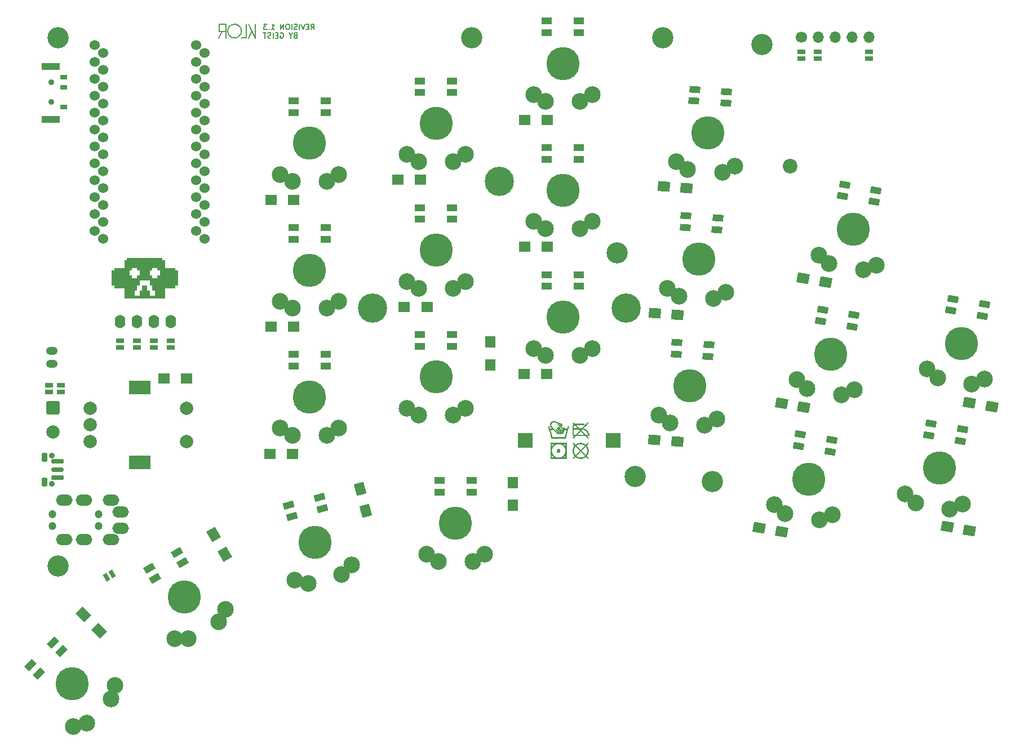
<source format=gbs>
G04 #@! TF.GenerationSoftware,KiCad,Pcbnew,(6.0.9)*
G04 #@! TF.CreationDate,2022-12-21T13:42:31-08:00*
G04 #@! TF.ProjectId,klor1_3,6b6c6f72-315f-4332-9e6b-696361645f70,v1.3.0*
G04 #@! TF.SameCoordinates,Original*
G04 #@! TF.FileFunction,Soldermask,Bot*
G04 #@! TF.FilePolarity,Negative*
%FSLAX46Y46*%
G04 Gerber Fmt 4.6, Leading zero omitted, Abs format (unit mm)*
G04 Created by KiCad (PCBNEW (6.0.9)) date 2022-12-21 13:42:31*
%MOMM*%
%LPD*%
G01*
G04 APERTURE LIST*
G04 Aperture macros list*
%AMRoundRect*
0 Rectangle with rounded corners*
0 $1 Rounding radius*
0 $2 $3 $4 $5 $6 $7 $8 $9 X,Y pos of 4 corners*
0 Add a 4 corners polygon primitive as box body*
4,1,4,$2,$3,$4,$5,$6,$7,$8,$9,$2,$3,0*
0 Add four circle primitives for the rounded corners*
1,1,$1+$1,$2,$3*
1,1,$1+$1,$4,$5*
1,1,$1+$1,$6,$7*
1,1,$1+$1,$8,$9*
0 Add four rect primitives between the rounded corners*
20,1,$1+$1,$2,$3,$4,$5,0*
20,1,$1+$1,$4,$5,$6,$7,0*
20,1,$1+$1,$6,$7,$8,$9,0*
20,1,$1+$1,$8,$9,$2,$3,0*%
%AMRotRect*
0 Rectangle, with rotation*
0 The origin of the aperture is its center*
0 $1 length*
0 $2 width*
0 $3 Rotation angle, in degrees counterclockwise*
0 Add horizontal line*
21,1,$1,$2,0,0,$3*%
G04 Aperture macros list end*
%ADD10C,0.000001*%
%ADD11C,0.150000*%
%ADD12C,0.000000*%
%ADD13C,5.000000*%
%ADD14RotRect,1.600000X1.000000X225.000000*%
%ADD15C,2.500000*%
%ADD16R,1.600000X1.000000*%
%ADD17RotRect,1.600000X1.000000X176.000000*%
%ADD18C,3.200000*%
%ADD19RotRect,1.800000X1.500000X350.000000*%
%ADD20R,1.800000X1.500000*%
%ADD21RotRect,1.800000X1.500000X356.000000*%
%ADD22RotRect,1.600000X1.000000X195.000000*%
%ADD23RotRect,1.600000X1.000000X170.000000*%
%ADD24RotRect,1.800000X1.500000X285.000000*%
%ADD25R,2.200000X2.200000*%
%ADD26C,2.200000*%
%ADD27C,2.000000*%
%ADD28R,3.200000X2.000000*%
%ADD29O,1.600000X2.000000*%
%ADD30C,1.200000*%
%ADD31O,2.500000X1.700000*%
%ADD32RotRect,1.800000X1.500000X300.000000*%
%ADD33O,1.750000X1.200000*%
%ADD34C,0.900000*%
%ADD35RoundRect,0.187500X-0.712500X0.187500X-0.712500X-0.187500X0.712500X-0.187500X0.712500X0.187500X0*%
%ADD36RoundRect,0.150000X-0.750000X0.150000X-0.750000X-0.150000X0.750000X-0.150000X0.750000X0.150000X0*%
%ADD37RoundRect,0.225000X-0.225000X0.425000X-0.225000X-0.425000X0.225000X-0.425000X0.225000X0.425000X0*%
%ADD38C,4.400000*%
%ADD39RotRect,1.600000X1.000000X210.000000*%
%ADD40RotRect,1.800000X1.500000X315.000000*%
%ADD41R,1.500000X1.800000*%
%ADD42RoundRect,0.142858X-0.857142X0.857142X-0.857142X-0.857142X0.857142X-0.857142X0.857142X0.857142X0*%
%ADD43R,1.000000X0.700000*%
%ADD44R,2.800000X1.000000*%
%ADD45C,1.524000*%
%ADD46R,1.143000X0.635000*%
%ADD47RotRect,0.635000X1.143000X210.000000*%
%ADD48C,1.700000*%
%ADD49O,1.700000X1.700000*%
G04 APERTURE END LIST*
D10*
G36*
X158810318Y-113955731D02*
G01*
X158822288Y-113956643D01*
X158834066Y-113958144D01*
X158845635Y-113960218D01*
X158856987Y-113962850D01*
X158868106Y-113966024D01*
X158878978Y-113969725D01*
X158889589Y-113973938D01*
X158899926Y-113978646D01*
X158909976Y-113983836D01*
X158919725Y-113989489D01*
X158929161Y-113995593D01*
X158938266Y-114002130D01*
X158947032Y-114009086D01*
X158955443Y-114016445D01*
X158963484Y-114024190D01*
X158971142Y-114032306D01*
X158978406Y-114040783D01*
X158985259Y-114049598D01*
X158991691Y-114058740D01*
X158997684Y-114068188D01*
X159003229Y-114077935D01*
X159008310Y-114087959D01*
X159012912Y-114098246D01*
X159017024Y-114108782D01*
X159020633Y-114119551D01*
X159023724Y-114130534D01*
X159026282Y-114141721D01*
X159028296Y-114153092D01*
X159029751Y-114164635D01*
X159030635Y-114176333D01*
X159030933Y-114188171D01*
X159030633Y-114200319D01*
X159029750Y-114212288D01*
X159028295Y-114224064D01*
X159026281Y-114235634D01*
X159023723Y-114246984D01*
X159020632Y-114258103D01*
X159017024Y-114268973D01*
X159012914Y-114279585D01*
X159008309Y-114289921D01*
X159003229Y-114299971D01*
X158997685Y-114309719D01*
X158991691Y-114319154D01*
X158985260Y-114328260D01*
X158978406Y-114337024D01*
X158971143Y-114345434D01*
X158963482Y-114353475D01*
X158955443Y-114361134D01*
X158947032Y-114368396D01*
X158938268Y-114375250D01*
X158929161Y-114381680D01*
X158919725Y-114387674D01*
X158909976Y-114393218D01*
X158899926Y-114398299D01*
X158889589Y-114402901D01*
X158878977Y-114407014D01*
X158868106Y-114410621D01*
X158856988Y-114413711D01*
X158845637Y-114416270D01*
X158834066Y-114418283D01*
X158822288Y-114419739D01*
X158810318Y-114420623D01*
X158798171Y-114420919D01*
X158786022Y-114420621D01*
X158774053Y-114419739D01*
X158762276Y-114418284D01*
X158750705Y-114416270D01*
X158739353Y-114413711D01*
X158728236Y-114410621D01*
X158717363Y-114407012D01*
X158706752Y-114402901D01*
X158696415Y-114398299D01*
X158686365Y-114393218D01*
X158676616Y-114387674D01*
X158667181Y-114381679D01*
X158658074Y-114375250D01*
X158649309Y-114368396D01*
X158640899Y-114361134D01*
X158632858Y-114353475D01*
X158625198Y-114345434D01*
X158617935Y-114337025D01*
X158611082Y-114328260D01*
X158604650Y-114319153D01*
X158598656Y-114309719D01*
X158593113Y-114299971D01*
X158588033Y-114289920D01*
X158583428Y-114279584D01*
X158579316Y-114268974D01*
X158575709Y-114258103D01*
X158572617Y-114246985D01*
X158570060Y-114235634D01*
X158568046Y-114224065D01*
X158566591Y-114212288D01*
X158565707Y-114200319D01*
X158565410Y-114188170D01*
X158565706Y-114176024D01*
X158566592Y-114164055D01*
X158568046Y-114152278D01*
X158570059Y-114140708D01*
X158572618Y-114129358D01*
X158575709Y-114118241D01*
X158579317Y-114107369D01*
X158583429Y-114096759D01*
X158588033Y-114086421D01*
X158593113Y-114076372D01*
X158598656Y-114066623D01*
X158604651Y-114057189D01*
X158611080Y-114048083D01*
X158617936Y-114039318D01*
X158625198Y-114030908D01*
X158632858Y-114022869D01*
X158640899Y-114015209D01*
X158649309Y-114007946D01*
X158658073Y-114001093D01*
X158667181Y-113994662D01*
X158676615Y-113988669D01*
X158686364Y-113983125D01*
X158696414Y-113978046D01*
X158706752Y-113973441D01*
X158717363Y-113969330D01*
X158728236Y-113965721D01*
X158739354Y-113962632D01*
X158750706Y-113960074D01*
X158762276Y-113958059D01*
X158774053Y-113956604D01*
X158786023Y-113955721D01*
X158798171Y-113955423D01*
X158810318Y-113955731D01*
G37*
X158810318Y-113955731D02*
X158822288Y-113956643D01*
X158834066Y-113958144D01*
X158845635Y-113960218D01*
X158856987Y-113962850D01*
X158868106Y-113966024D01*
X158878978Y-113969725D01*
X158889589Y-113973938D01*
X158899926Y-113978646D01*
X158909976Y-113983836D01*
X158919725Y-113989489D01*
X158929161Y-113995593D01*
X158938266Y-114002130D01*
X158947032Y-114009086D01*
X158955443Y-114016445D01*
X158963484Y-114024190D01*
X158971142Y-114032306D01*
X158978406Y-114040783D01*
X158985259Y-114049598D01*
X158991691Y-114058740D01*
X158997684Y-114068188D01*
X159003229Y-114077935D01*
X159008310Y-114087959D01*
X159012912Y-114098246D01*
X159017024Y-114108782D01*
X159020633Y-114119551D01*
X159023724Y-114130534D01*
X159026282Y-114141721D01*
X159028296Y-114153092D01*
X159029751Y-114164635D01*
X159030635Y-114176333D01*
X159030933Y-114188171D01*
X159030633Y-114200319D01*
X159029750Y-114212288D01*
X159028295Y-114224064D01*
X159026281Y-114235634D01*
X159023723Y-114246984D01*
X159020632Y-114258103D01*
X159017024Y-114268973D01*
X159012914Y-114279585D01*
X159008309Y-114289921D01*
X159003229Y-114299971D01*
X158997685Y-114309719D01*
X158991691Y-114319154D01*
X158985260Y-114328260D01*
X158978406Y-114337024D01*
X158971143Y-114345434D01*
X158963482Y-114353475D01*
X158955443Y-114361134D01*
X158947032Y-114368396D01*
X158938268Y-114375250D01*
X158929161Y-114381680D01*
X158919725Y-114387674D01*
X158909976Y-114393218D01*
X158899926Y-114398299D01*
X158889589Y-114402901D01*
X158878977Y-114407014D01*
X158868106Y-114410621D01*
X158856988Y-114413711D01*
X158845637Y-114416270D01*
X158834066Y-114418283D01*
X158822288Y-114419739D01*
X158810318Y-114420623D01*
X158798171Y-114420919D01*
X158786022Y-114420621D01*
X158774053Y-114419739D01*
X158762276Y-114418284D01*
X158750705Y-114416270D01*
X158739353Y-114413711D01*
X158728236Y-114410621D01*
X158717363Y-114407012D01*
X158706752Y-114402901D01*
X158696415Y-114398299D01*
X158686365Y-114393218D01*
X158676616Y-114387674D01*
X158667181Y-114381679D01*
X158658074Y-114375250D01*
X158649309Y-114368396D01*
X158640899Y-114361134D01*
X158632858Y-114353475D01*
X158625198Y-114345434D01*
X158617935Y-114337025D01*
X158611082Y-114328260D01*
X158604650Y-114319153D01*
X158598656Y-114309719D01*
X158593113Y-114299971D01*
X158588033Y-114289920D01*
X158583428Y-114279584D01*
X158579316Y-114268974D01*
X158575709Y-114258103D01*
X158572617Y-114246985D01*
X158570060Y-114235634D01*
X158568046Y-114224065D01*
X158566591Y-114212288D01*
X158565707Y-114200319D01*
X158565410Y-114188170D01*
X158565706Y-114176024D01*
X158566592Y-114164055D01*
X158568046Y-114152278D01*
X158570059Y-114140708D01*
X158572618Y-114129358D01*
X158575709Y-114118241D01*
X158579317Y-114107369D01*
X158583429Y-114096759D01*
X158588033Y-114086421D01*
X158593113Y-114076372D01*
X158598656Y-114066623D01*
X158604651Y-114057189D01*
X158611080Y-114048083D01*
X158617936Y-114039318D01*
X158625198Y-114030908D01*
X158632858Y-114022869D01*
X158640899Y-114015209D01*
X158649309Y-114007946D01*
X158658073Y-114001093D01*
X158667181Y-113994662D01*
X158676615Y-113988669D01*
X158686364Y-113983125D01*
X158696414Y-113978046D01*
X158706752Y-113973441D01*
X158717363Y-113969330D01*
X158728236Y-113965721D01*
X158739354Y-113962632D01*
X158750706Y-113960074D01*
X158762276Y-113958059D01*
X158774053Y-113956604D01*
X158786023Y-113955721D01*
X158798171Y-113955423D01*
X158810318Y-113955731D01*
D11*
X108817475Y-51151382D02*
X107823674Y-51151381D01*
X110153965Y-50089044D02*
X109997400Y-50100889D01*
X109848249Y-50135263D01*
X109708255Y-50190422D01*
X109538855Y-50293284D01*
X109392970Y-50425862D01*
X109274733Y-50584021D01*
X109188279Y-50763628D01*
X109146783Y-50909921D01*
X109127234Y-51064208D01*
X109125897Y-51117113D01*
D10*
G36*
X159866755Y-112280346D02*
G01*
X159856177Y-112315611D01*
X157740167Y-112315611D01*
X157514460Y-111469254D01*
X157392022Y-111010812D01*
X157517984Y-111010812D01*
X157530382Y-111059192D01*
X157564272Y-111186256D01*
X157614693Y-111372828D01*
X157676686Y-111599735D01*
X157680213Y-111603262D01*
X157838913Y-112188657D01*
X159760955Y-112188657D01*
X159919656Y-111599735D01*
X160031627Y-111183611D01*
X160064469Y-111057208D01*
X160072791Y-111022810D01*
X160074829Y-111010813D01*
X160071744Y-111011473D01*
X160068134Y-111012301D01*
X160063368Y-111013458D01*
X160057609Y-111014946D01*
X160051025Y-111016764D01*
X160047474Y-111017797D01*
X160043778Y-111018913D01*
X160039959Y-111020111D01*
X160036037Y-111021392D01*
X160030819Y-111023293D01*
X160025705Y-111025036D01*
X160020631Y-111026623D01*
X160015538Y-111028060D01*
X160010360Y-111029352D01*
X160005040Y-111030505D01*
X159999512Y-111031522D01*
X159993715Y-111032413D01*
X159987589Y-111033178D01*
X159981071Y-111033824D01*
X159974096Y-111034358D01*
X159966605Y-111034782D01*
X159958536Y-111035104D01*
X159949826Y-111035326D01*
X159930236Y-111035498D01*
X159913748Y-111035358D01*
X159898510Y-111034879D01*
X159884285Y-111033964D01*
X159870833Y-111032523D01*
X159857919Y-111030463D01*
X159845306Y-111027688D01*
X159832754Y-111024108D01*
X159820027Y-111019629D01*
X159806888Y-111014158D01*
X159793095Y-111007603D01*
X159778415Y-110999871D01*
X159762608Y-110990866D01*
X159745436Y-110980499D01*
X159726667Y-110968674D01*
X159683367Y-110940283D01*
X159646765Y-110915708D01*
X159618014Y-110897083D01*
X159606144Y-110889798D01*
X159595711Y-110883750D01*
X159586537Y-110878859D01*
X159578450Y-110875044D01*
X159571270Y-110872220D01*
X159564825Y-110870305D01*
X159558936Y-110869216D01*
X159553431Y-110868872D01*
X159548135Y-110869189D01*
X159542865Y-110870082D01*
X159537454Y-110871475D01*
X159531720Y-110873279D01*
X159524905Y-110875777D01*
X159519019Y-110878047D01*
X159516431Y-110879129D01*
X159514084Y-110880192D01*
X159511979Y-110881251D01*
X159510120Y-110882316D01*
X159508509Y-110883404D01*
X159507147Y-110884524D01*
X159506039Y-110885691D01*
X159505188Y-110886918D01*
X159504594Y-110888216D01*
X159504261Y-110889601D01*
X159504192Y-110891082D01*
X159504389Y-110892676D01*
X159504855Y-110894394D01*
X159505590Y-110896246D01*
X159506602Y-110898251D01*
X159507887Y-110900417D01*
X159509454Y-110902759D01*
X159511301Y-110905291D01*
X159513433Y-110908023D01*
X159515852Y-110910970D01*
X159521557Y-110917559D01*
X159528442Y-110925158D01*
X159545827Y-110943810D01*
X159557200Y-110955976D01*
X159567540Y-110967414D01*
X159576885Y-110978222D01*
X159585282Y-110988497D01*
X159592770Y-110998339D01*
X159599388Y-111007844D01*
X159605182Y-111017113D01*
X159610189Y-111026241D01*
X159614453Y-111035329D01*
X159618014Y-111044472D01*
X159620913Y-111053773D01*
X159623193Y-111063324D01*
X159624894Y-111073228D01*
X159626060Y-111083581D01*
X159626727Y-111094482D01*
X159626941Y-111106028D01*
X159626938Y-111106321D01*
X159626854Y-111114966D01*
X159626582Y-111123309D01*
X159626104Y-111131126D01*
X159625397Y-111138483D01*
X159624443Y-111145448D01*
X159623221Y-111152086D01*
X159621710Y-111158465D01*
X159619887Y-111164656D01*
X159617734Y-111170721D01*
X159615231Y-111176730D01*
X159612356Y-111182749D01*
X159609087Y-111188845D01*
X159605405Y-111195086D01*
X159601290Y-111201540D01*
X159596719Y-111208271D01*
X159591673Y-111215349D01*
X159588827Y-111219393D01*
X159585599Y-111223573D01*
X159582019Y-111227854D01*
X159578118Y-111232210D01*
X159573928Y-111236606D01*
X159569481Y-111241012D01*
X159564805Y-111245398D01*
X159559934Y-111249732D01*
X159554897Y-111253983D01*
X159549725Y-111258121D01*
X159544451Y-111262115D01*
X159539105Y-111265932D01*
X159533717Y-111269543D01*
X159528319Y-111272916D01*
X159522940Y-111276020D01*
X159517614Y-111278825D01*
X159518275Y-111281856D01*
X159519103Y-111285334D01*
X159520258Y-111289846D01*
X159521746Y-111295183D01*
X159522615Y-111298098D01*
X159523565Y-111301141D01*
X159524598Y-111304288D01*
X159525715Y-111307513D01*
X159526913Y-111310788D01*
X159528194Y-111314090D01*
X159530644Y-111322373D01*
X159532704Y-111330690D01*
X159534380Y-111339024D01*
X159535674Y-111347371D01*
X159536592Y-111355718D01*
X159537136Y-111364053D01*
X159537120Y-111380652D01*
X159535659Y-111397087D01*
X159532781Y-111413273D01*
X159528519Y-111429127D01*
X159522905Y-111444570D01*
X159515965Y-111459515D01*
X159507735Y-111473884D01*
X159498245Y-111487590D01*
X159487527Y-111500553D01*
X159475609Y-111512689D01*
X159469209Y-111518421D01*
X159462522Y-111523916D01*
X159455552Y-111529163D01*
X159448300Y-111534151D01*
X159440772Y-111538870D01*
X159432972Y-111543312D01*
X159429079Y-111545214D01*
X159425292Y-111546954D01*
X159421558Y-111548542D01*
X159417819Y-111549978D01*
X159414018Y-111551271D01*
X159410098Y-111552423D01*
X159406001Y-111553443D01*
X159401674Y-111554332D01*
X159397055Y-111555098D01*
X159392092Y-111555743D01*
X159386726Y-111556277D01*
X159380900Y-111556701D01*
X159374556Y-111557022D01*
X159367640Y-111557245D01*
X159360094Y-111557376D01*
X159351860Y-111557417D01*
X159337105Y-111557397D01*
X159324419Y-111557252D01*
X159313549Y-111556860D01*
X159308717Y-111556530D01*
X159304249Y-111556095D01*
X159300112Y-111555534D01*
X159296272Y-111554834D01*
X159292703Y-111553980D01*
X159289371Y-111552953D01*
X159286245Y-111551743D01*
X159283295Y-111550331D01*
X159280491Y-111548699D01*
X159277799Y-111546837D01*
X159260166Y-111536258D01*
X159239006Y-111567997D01*
X159234795Y-111574562D01*
X159230127Y-111581014D01*
X159225033Y-111587322D01*
X159219553Y-111593453D01*
X159213722Y-111599379D01*
X159207575Y-111605066D01*
X159201149Y-111610485D01*
X159194481Y-111615604D01*
X159187605Y-111620392D01*
X159180560Y-111624821D01*
X159173380Y-111628854D01*
X159166102Y-111632465D01*
X159158763Y-111635621D01*
X159151397Y-111638292D01*
X159144041Y-111640445D01*
X159140377Y-111641320D01*
X159136732Y-111642053D01*
X159129183Y-111643832D01*
X159121137Y-111645214D01*
X159112678Y-111646214D01*
X159103890Y-111646847D01*
X159094852Y-111647128D01*
X159085649Y-111647073D01*
X159076364Y-111646699D01*
X159067080Y-111646020D01*
X159057878Y-111645052D01*
X159048839Y-111643809D01*
X159040051Y-111642309D01*
X159031592Y-111640565D01*
X159023546Y-111638593D01*
X159015998Y-111636412D01*
X159009026Y-111634034D01*
X159002718Y-111631472D01*
X158999873Y-111629990D01*
X158996662Y-111628196D01*
X158989327Y-111623759D01*
X158981083Y-111618332D01*
X158976734Y-111615297D01*
X158972300Y-111612077D01*
X158967824Y-111608692D01*
X158963353Y-111605162D01*
X158958933Y-111601509D01*
X158954612Y-111597751D01*
X158950434Y-111593911D01*
X158946449Y-111590009D01*
X158942700Y-111586066D01*
X158939238Y-111582104D01*
X158900445Y-111546838D01*
X158861651Y-111585628D01*
X158850520Y-111596574D01*
X158845471Y-111601367D01*
X158840711Y-111605741D01*
X158836200Y-111609723D01*
X158831893Y-111613338D01*
X158827755Y-111616612D01*
X158823739Y-111619572D01*
X158819805Y-111622241D01*
X158815913Y-111624647D01*
X158812022Y-111626815D01*
X158808089Y-111628772D01*
X158804074Y-111630543D01*
X158799934Y-111632155D01*
X158795629Y-111633632D01*
X158791117Y-111635000D01*
X158782906Y-111637438D01*
X158774193Y-111639469D01*
X158765056Y-111641098D01*
X158755575Y-111642327D01*
X158745825Y-111643166D01*
X158735882Y-111643616D01*
X158725825Y-111643683D01*
X158715733Y-111643375D01*
X158705683Y-111642694D01*
X158695752Y-111641646D01*
X158686017Y-111640236D01*
X158676554Y-111638471D01*
X158667444Y-111636354D01*
X158658762Y-111633891D01*
X158650588Y-111631087D01*
X158642997Y-111627947D01*
X158638567Y-111624838D01*
X158631858Y-111619442D01*
X158611422Y-111601553D01*
X158581314Y-111573831D01*
X158541164Y-111535819D01*
X158490597Y-111487059D01*
X158429247Y-111427103D01*
X158356735Y-111355492D01*
X158272696Y-111271772D01*
X158029795Y-111030649D01*
X157927079Y-110929704D01*
X157921625Y-110932789D01*
X157915364Y-110936398D01*
X157907242Y-110941164D01*
X157897633Y-110946923D01*
X157886908Y-110953508D01*
X157875439Y-110960752D01*
X157863599Y-110968494D01*
X157834125Y-110986554D01*
X157820848Y-110994299D01*
X157808329Y-111001225D01*
X157796410Y-111007367D01*
X157784931Y-111012755D01*
X157773730Y-111017420D01*
X157762647Y-111021391D01*
X157751525Y-111024703D01*
X157740200Y-111027384D01*
X157728514Y-111029466D01*
X157716304Y-111030980D01*
X157703415Y-111031955D01*
X157689682Y-111032426D01*
X157674949Y-111032421D01*
X157659051Y-111031972D01*
X157639462Y-111031944D01*
X157622684Y-111031751D01*
X157608218Y-111031228D01*
X157601699Y-111030789D01*
X157595572Y-111030208D01*
X157589776Y-111029461D01*
X157584248Y-111028527D01*
X157578927Y-111027388D01*
X157573751Y-111026021D01*
X157568656Y-111024406D01*
X157563583Y-111022521D01*
X157558468Y-111020349D01*
X157553251Y-111017866D01*
X157549950Y-111016587D01*
X157546674Y-111015394D01*
X157540302Y-111013291D01*
X157534344Y-111011604D01*
X157531584Y-111010928D01*
X157529006Y-111010372D01*
X157526634Y-111009939D01*
X157524494Y-111009634D01*
X157522612Y-111009465D01*
X157521016Y-111009436D01*
X157519728Y-111009551D01*
X157518777Y-111009813D01*
X157518434Y-111010003D01*
X157518186Y-111010232D01*
X157518036Y-111010502D01*
X157517984Y-111010812D01*
X157392022Y-111010812D01*
X157353996Y-110868431D01*
X157306165Y-110682244D01*
X157288752Y-110608793D01*
X157288854Y-110606461D01*
X157289154Y-110604094D01*
X157289644Y-110601697D01*
X157290316Y-110599283D01*
X157291161Y-110596854D01*
X157292170Y-110594420D01*
X157293334Y-110591988D01*
X157294648Y-110589564D01*
X157296101Y-110587155D01*
X157297686Y-110584768D01*
X157299392Y-110582413D01*
X157301214Y-110580094D01*
X157305164Y-110575592D01*
X157309471Y-110571326D01*
X157314069Y-110567347D01*
X157318888Y-110563715D01*
X157323861Y-110560484D01*
X157326385Y-110559039D01*
X157328923Y-110557716D01*
X157331467Y-110556521D01*
X157334006Y-110555462D01*
X157336534Y-110554547D01*
X157339042Y-110553783D01*
X157341522Y-110553176D01*
X157343965Y-110552732D01*
X157346362Y-110552462D01*
X157347263Y-110552428D01*
X157349764Y-110552495D01*
X157354257Y-110552867D01*
X157358645Y-110553487D01*
X157362921Y-110554354D01*
X157367074Y-110555469D01*
X157371091Y-110556833D01*
X157374964Y-110558446D01*
X157378682Y-110560305D01*
X157382233Y-110562413D01*
X157385610Y-110564769D01*
X157388802Y-110567371D01*
X157391795Y-110570224D01*
X157394584Y-110573322D01*
X157397155Y-110576669D01*
X157399499Y-110580266D01*
X157401604Y-110584109D01*
X157406674Y-110599978D01*
X157415713Y-110629072D01*
X157427393Y-110667422D01*
X157440398Y-110711062D01*
X157463322Y-110789967D01*
X157467606Y-110804010D01*
X157471148Y-110814708D01*
X157473860Y-110821519D01*
X157474883Y-110823301D01*
X157475665Y-110823910D01*
X157480505Y-110827687D01*
X157486928Y-110832313D01*
X157503603Y-110843526D01*
X157523833Y-110856391D01*
X157545757Y-110869754D01*
X157567517Y-110882454D01*
X157587252Y-110893337D01*
X157595779Y-110897735D01*
X157603102Y-110901243D01*
X157608987Y-110903721D01*
X157613205Y-110905019D01*
X157618774Y-110906258D01*
X157624847Y-110907332D01*
X157631353Y-110908242D01*
X157638224Y-110908986D01*
X157645381Y-110909565D01*
X157652757Y-110909978D01*
X157660277Y-110910226D01*
X157667870Y-110910308D01*
X157675462Y-110910226D01*
X157682982Y-110909979D01*
X157690358Y-110909565D01*
X157697516Y-110908986D01*
X157704385Y-110908241D01*
X157710892Y-110907332D01*
X157716965Y-110906257D01*
X157722533Y-110905019D01*
X157726551Y-110903879D01*
X157731873Y-110901850D01*
X157738311Y-110899036D01*
X157745677Y-110895541D01*
X157762455Y-110886919D01*
X157780723Y-110876807D01*
X157798988Y-110866035D01*
X157815770Y-110855427D01*
X157823135Y-110850444D01*
X157829572Y-110845813D01*
X157834893Y-110841635D01*
X157838912Y-110838016D01*
X157815548Y-110812448D01*
X157789814Y-110784456D01*
X157757800Y-110749854D01*
X157716485Y-110706461D01*
X157698395Y-110686656D01*
X157681865Y-110667863D01*
X157666782Y-110649897D01*
X157653032Y-110632572D01*
X157640501Y-110615699D01*
X157629076Y-110599097D01*
X157618642Y-110582576D01*
X157609086Y-110565954D01*
X157600295Y-110549041D01*
X157592156Y-110531652D01*
X157584552Y-110513604D01*
X157577374Y-110494706D01*
X157570505Y-110474778D01*
X157563833Y-110453629D01*
X157559025Y-110436555D01*
X157555125Y-110421505D01*
X157553492Y-110414339D01*
X157552053Y-110407200D01*
X157550801Y-110399926D01*
X157549726Y-110392356D01*
X157548815Y-110384333D01*
X157548059Y-110375695D01*
X157547448Y-110366283D01*
X157546970Y-110355935D01*
X157546617Y-110344492D01*
X157546378Y-110331793D01*
X157546199Y-110301991D01*
X157546230Y-110294471D01*
X157666440Y-110294471D01*
X157666482Y-110318978D01*
X157667869Y-110343593D01*
X157670620Y-110368263D01*
X157674755Y-110392940D01*
X157680286Y-110417571D01*
X157687239Y-110442106D01*
X157695626Y-110466494D01*
X157705468Y-110490684D01*
X157716782Y-110514625D01*
X157729586Y-110538266D01*
X157733618Y-110544200D01*
X157740517Y-110552838D01*
X157750424Y-110564332D01*
X157763476Y-110578818D01*
X157799575Y-110617363D01*
X157849935Y-110669625D01*
X157915667Y-110736767D01*
X157997891Y-110819942D01*
X158216268Y-111039024D01*
X158550422Y-111372277D01*
X158655671Y-111475427D01*
X158686185Y-111504190D01*
X158699425Y-111515099D01*
X158703391Y-111516961D01*
X158707350Y-111518575D01*
X158711297Y-111519947D01*
X158715226Y-111521077D01*
X158719127Y-111521972D01*
X158722997Y-111522631D01*
X158726827Y-111523057D01*
X158730613Y-111523255D01*
X158734347Y-111523224D01*
X158738022Y-111522968D01*
X158741635Y-111522491D01*
X158745175Y-111521795D01*
X158748636Y-111520882D01*
X158752014Y-111519751D01*
X158755304Y-111518412D01*
X158758496Y-111516863D01*
X158761586Y-111515107D01*
X158764563Y-111513147D01*
X158767424Y-111510986D01*
X158770165Y-111508625D01*
X158772774Y-111506069D01*
X158775250Y-111503318D01*
X158777581Y-111500377D01*
X158779768Y-111497247D01*
X158781796Y-111493930D01*
X158783662Y-111490431D01*
X158785362Y-111486752D01*
X158786888Y-111482893D01*
X158788234Y-111478859D01*
X158789391Y-111474652D01*
X158790355Y-111470275D01*
X158791117Y-111465729D01*
X158791117Y-111441044D01*
X158583043Y-111229455D01*
X158371442Y-111017865D01*
X158417290Y-110972020D01*
X158463137Y-110926179D01*
X158762905Y-111225928D01*
X158925077Y-111387320D01*
X158978947Y-111440100D01*
X159018147Y-111477631D01*
X159045279Y-111502433D01*
X159062948Y-111517028D01*
X159073754Y-111523938D01*
X159077399Y-111525296D01*
X159080306Y-111525679D01*
X159084221Y-111525607D01*
X159088033Y-111525391D01*
X159091737Y-111525030D01*
X159095335Y-111524529D01*
X159098824Y-111523884D01*
X159102205Y-111523098D01*
X159105472Y-111522171D01*
X159108630Y-111521107D01*
X159111671Y-111519899D01*
X159114601Y-111518555D01*
X159117411Y-111517072D01*
X159120104Y-111515451D01*
X159122680Y-111513693D01*
X159125135Y-111511800D01*
X159127469Y-111509770D01*
X159129680Y-111507606D01*
X159131765Y-111505307D01*
X159133728Y-111502875D01*
X159135562Y-111500310D01*
X159137270Y-111497611D01*
X159138848Y-111494782D01*
X159140295Y-111491822D01*
X159141611Y-111488731D01*
X159142795Y-111485509D01*
X159143843Y-111482161D01*
X159144756Y-111478682D01*
X159145531Y-111475075D01*
X159146169Y-111471343D01*
X159146668Y-111467483D01*
X159147025Y-111463497D01*
X159147241Y-111459385D01*
X159147312Y-111455150D01*
X159147273Y-111453188D01*
X159147123Y-111451237D01*
X159146812Y-111449238D01*
X159146294Y-111447145D01*
X159145516Y-111444902D01*
X159144430Y-111442456D01*
X159142988Y-111439756D01*
X159141140Y-111436746D01*
X159138838Y-111433374D01*
X159136034Y-111429588D01*
X159132676Y-111425335D01*
X159128715Y-111420560D01*
X159124104Y-111415212D01*
X159118793Y-111409238D01*
X159112732Y-111402585D01*
X159105874Y-111395199D01*
X159098169Y-111387028D01*
X159089568Y-111378021D01*
X159069478Y-111357276D01*
X159045215Y-111332544D01*
X159016385Y-111303400D01*
X158982595Y-111269422D01*
X158943454Y-111230184D01*
X158847544Y-111134240D01*
X158547776Y-110834488D01*
X158593623Y-110788644D01*
X158639470Y-110742801D01*
X158981558Y-111084869D01*
X159169298Y-111272268D01*
X159230582Y-111332763D01*
X159274714Y-111375363D01*
X159305124Y-111403250D01*
X159325245Y-111419609D01*
X159332517Y-111424458D01*
X159338505Y-111427620D01*
X159343633Y-111429490D01*
X159348334Y-111430463D01*
X159352920Y-111430972D01*
X159357416Y-111431182D01*
X159361813Y-111431099D01*
X159366105Y-111430738D01*
X159370282Y-111430110D01*
X159374340Y-111429223D01*
X159378266Y-111428089D01*
X159382058Y-111426717D01*
X159385704Y-111425119D01*
X159389197Y-111423302D01*
X159392531Y-111421277D01*
X159395695Y-111419058D01*
X159398686Y-111416653D01*
X159401491Y-111414072D01*
X159404108Y-111411325D01*
X159406524Y-111408424D01*
X159408734Y-111405378D01*
X159410728Y-111402197D01*
X159412502Y-111398892D01*
X159414045Y-111395475D01*
X159415350Y-111391953D01*
X159416411Y-111388339D01*
X159417218Y-111384641D01*
X159417765Y-111380873D01*
X159418043Y-111377042D01*
X159418043Y-111373159D01*
X159417760Y-111369236D01*
X159417187Y-111365279D01*
X159416311Y-111361303D01*
X159415131Y-111357317D01*
X159413633Y-111353331D01*
X159411814Y-111349355D01*
X159409405Y-111345666D01*
X159403625Y-111338686D01*
X159382664Y-111315577D01*
X159350380Y-111281477D01*
X159308217Y-111237829D01*
X159200047Y-111127683D01*
X159069726Y-110996707D01*
X158833438Y-110759992D01*
X158761251Y-110686763D01*
X158741565Y-110666204D01*
X158734691Y-110658165D01*
X158734741Y-110657784D01*
X158734895Y-110657302D01*
X158735498Y-110656051D01*
X158736481Y-110654438D01*
X158737831Y-110652490D01*
X158739532Y-110650230D01*
X158741572Y-110647689D01*
X158743931Y-110644887D01*
X158746594Y-110641855D01*
X158749546Y-110638615D01*
X158752772Y-110635195D01*
X158756257Y-110631619D01*
X158759984Y-110627913D01*
X158763938Y-110624106D01*
X158768105Y-110620220D01*
X158772467Y-110616284D01*
X158777011Y-110612321D01*
X158819332Y-110570003D01*
X159115573Y-110866227D01*
X159260826Y-111010758D01*
X159354505Y-111102061D01*
X159385309Y-111130954D01*
X159407185Y-111150386D01*
X159421456Y-111161631D01*
X159426154Y-111164588D01*
X159429447Y-111165978D01*
X159433413Y-111166508D01*
X159437370Y-111166775D01*
X159441306Y-111166791D01*
X159445214Y-111166564D01*
X159449083Y-111166101D01*
X159452903Y-111165413D01*
X159456666Y-111164505D01*
X159460361Y-111163388D01*
X159463978Y-111162070D01*
X159467507Y-111160558D01*
X159470941Y-111158862D01*
X159474267Y-111156990D01*
X159477478Y-111154949D01*
X159480563Y-111152751D01*
X159483511Y-111150399D01*
X159486314Y-111147904D01*
X159488964Y-111145277D01*
X159491448Y-111142523D01*
X159493756Y-111139652D01*
X159495882Y-111136672D01*
X159497815Y-111133591D01*
X159499543Y-111130416D01*
X159501058Y-111127158D01*
X159502350Y-111123826D01*
X159503411Y-111120427D01*
X159504228Y-111116967D01*
X159504794Y-111113457D01*
X159505099Y-111109906D01*
X159505133Y-111106321D01*
X159504884Y-111102711D01*
X159504345Y-111099085D01*
X159503508Y-111095449D01*
X159503104Y-111094072D01*
X159501886Y-111091925D01*
X159496990Y-111085288D01*
X159488768Y-111075479D01*
X159477169Y-111062443D01*
X159443622Y-111026454D01*
X159395944Y-110976871D01*
X159333716Y-110913236D01*
X159256529Y-110835095D01*
X159055619Y-110633480D01*
X159055618Y-110629953D01*
X158884740Y-110457927D01*
X158746594Y-110316978D01*
X158655395Y-110222315D01*
X158631846Y-110197091D01*
X158625363Y-110189143D01*
X158627944Y-110189670D01*
X158632954Y-110191217D01*
X158649719Y-110197133D01*
X158674586Y-110206437D01*
X158706477Y-110218677D01*
X158787039Y-110250139D01*
X158882812Y-110287885D01*
X159036773Y-110347119D01*
X159085527Y-110364812D01*
X159104331Y-110371023D01*
X159119981Y-110375606D01*
X159132904Y-110378660D01*
X159143524Y-110380283D01*
X159152264Y-110380573D01*
X159159546Y-110379628D01*
X159165796Y-110377547D01*
X159171435Y-110374428D01*
X159182579Y-110365467D01*
X159184513Y-110363774D01*
X159186340Y-110362000D01*
X159188066Y-110360154D01*
X159189687Y-110358235D01*
X159191206Y-110356250D01*
X159192622Y-110354201D01*
X159193935Y-110352094D01*
X159195144Y-110349928D01*
X159196249Y-110347712D01*
X159197250Y-110345450D01*
X159198149Y-110343142D01*
X159198946Y-110340795D01*
X159199637Y-110338413D01*
X159200226Y-110335997D01*
X159200712Y-110333553D01*
X159201094Y-110331084D01*
X159201374Y-110328595D01*
X159201550Y-110326089D01*
X159201622Y-110323570D01*
X159201591Y-110321041D01*
X159201457Y-110318510D01*
X159201219Y-110315975D01*
X159200878Y-110313442D01*
X159200434Y-110310917D01*
X159199885Y-110308403D01*
X159199235Y-110305900D01*
X159198482Y-110303418D01*
X159197622Y-110300957D01*
X159196663Y-110298522D01*
X159195598Y-110296117D01*
X159194430Y-110293746D01*
X159193160Y-110291412D01*
X159188965Y-110283497D01*
X159187847Y-110281753D01*
X159186504Y-110280012D01*
X159184835Y-110278233D01*
X159182745Y-110276369D01*
X159180133Y-110274375D01*
X159176900Y-110272209D01*
X159172947Y-110269822D01*
X159168176Y-110267174D01*
X159162489Y-110264217D01*
X159155786Y-110260910D01*
X159147968Y-110257207D01*
X159138936Y-110253060D01*
X159128593Y-110248429D01*
X159116840Y-110243268D01*
X159103574Y-110237534D01*
X159088702Y-110231180D01*
X159053735Y-110216433D01*
X159011149Y-110198676D01*
X158960153Y-110177551D01*
X158899956Y-110152701D01*
X158748798Y-110090402D01*
X158461704Y-109970502D01*
X158311489Y-109908789D01*
X158271386Y-109893139D01*
X158245915Y-109884103D01*
X158212743Y-109875287D01*
X158200245Y-109872229D01*
X158186663Y-109869667D01*
X158172152Y-109867601D01*
X158156865Y-109866030D01*
X158140960Y-109864954D01*
X158124589Y-109864377D01*
X158107908Y-109864294D01*
X158091072Y-109864707D01*
X158074235Y-109865616D01*
X158057555Y-109867020D01*
X158041183Y-109868922D01*
X158025275Y-109871320D01*
X158009991Y-109874212D01*
X157995479Y-109877601D01*
X157981898Y-109881486D01*
X157969400Y-109885866D01*
X157944410Y-109895093D01*
X157920368Y-109905551D01*
X157897293Y-109917189D01*
X157875200Y-109929954D01*
X157854110Y-109943797D01*
X157834041Y-109958664D01*
X157815009Y-109974507D01*
X157797035Y-109991275D01*
X157780136Y-110008916D01*
X157764326Y-110027377D01*
X157749630Y-110046611D01*
X157736062Y-110066563D01*
X157723641Y-110087186D01*
X157712384Y-110108426D01*
X157702311Y-110130233D01*
X157693439Y-110152556D01*
X157685786Y-110175344D01*
X157679369Y-110198545D01*
X157674209Y-110222112D01*
X157670321Y-110245987D01*
X157667726Y-110270126D01*
X157666440Y-110294471D01*
X157546230Y-110294471D01*
X157546420Y-110249093D01*
X157546944Y-110229092D01*
X157547963Y-110212064D01*
X157548709Y-110204358D01*
X157549644Y-110197023D01*
X157550783Y-110189935D01*
X157552151Y-110182972D01*
X157553765Y-110176009D01*
X157555649Y-110168921D01*
X157560306Y-110153878D01*
X157566616Y-110132898D01*
X157573637Y-110112283D01*
X157589746Y-110072205D01*
X157608520Y-110033760D01*
X157629848Y-109997059D01*
X157653614Y-109962222D01*
X157679704Y-109929355D01*
X157708004Y-109898575D01*
X157738403Y-109869997D01*
X157770787Y-109843732D01*
X157805039Y-109819896D01*
X157841047Y-109798601D01*
X157859676Y-109788942D01*
X157878699Y-109779961D01*
X157898106Y-109771673D01*
X157917881Y-109764090D01*
X157938009Y-109757228D01*
X157958477Y-109751102D01*
X157979270Y-109745724D01*
X158000375Y-109741109D01*
X158021777Y-109737272D01*
X158043462Y-109734227D01*
X158063975Y-109731913D01*
X158081263Y-109730261D01*
X158096403Y-109729268D01*
X158103504Y-109729020D01*
X158110468Y-109728938D01*
X158117435Y-109729020D01*
X158124534Y-109729268D01*
X158139673Y-109730260D01*
X158156963Y-109731914D01*
X158177476Y-109734227D01*
X158181641Y-109734348D01*
X158186168Y-109734696D01*
X158191006Y-109735250D01*
X158196101Y-109735991D01*
X158206860Y-109737947D01*
X158218033Y-109740398D01*
X158229204Y-109743181D01*
X158239964Y-109746128D01*
X158249896Y-109749077D01*
X158258590Y-109751860D01*
X158434813Y-109820790D01*
X158766432Y-109956836D01*
X159092759Y-110093542D01*
X159203726Y-110141377D01*
X159253113Y-110164459D01*
X159262120Y-110171356D01*
X159270616Y-110178806D01*
X159278584Y-110186781D01*
X159286010Y-110195259D01*
X159292879Y-110204213D01*
X159299174Y-110213614D01*
X159304879Y-110223441D01*
X159309982Y-110233664D01*
X159314463Y-110244260D01*
X159318309Y-110255202D01*
X159321503Y-110266466D01*
X159324033Y-110278022D01*
X159325880Y-110289846D01*
X159327029Y-110301916D01*
X159327466Y-110314200D01*
X159327174Y-110326675D01*
X159326336Y-110335528D01*
X159325156Y-110344229D01*
X159323636Y-110352772D01*
X159321780Y-110361149D01*
X159319598Y-110369352D01*
X159317092Y-110377375D01*
X159314271Y-110385210D01*
X159311138Y-110392853D01*
X159307701Y-110400293D01*
X159303965Y-110407524D01*
X159299936Y-110414540D01*
X159295620Y-110421333D01*
X159291021Y-110427896D01*
X159286147Y-110434223D01*
X159281004Y-110440306D01*
X159275595Y-110446136D01*
X159269929Y-110451709D01*
X159264012Y-110457015D01*
X159257845Y-110462050D01*
X159251439Y-110466805D01*
X159244798Y-110471274D01*
X159237928Y-110475449D01*
X159230834Y-110479322D01*
X159223522Y-110482888D01*
X159215999Y-110486140D01*
X159208269Y-110489066D01*
X159200340Y-110491667D01*
X159192217Y-110493929D01*
X159183904Y-110495848D01*
X159175408Y-110497417D01*
X159166737Y-110498627D01*
X159157894Y-110499473D01*
X159119099Y-110499472D01*
X159263694Y-110647586D01*
X159346019Y-110729576D01*
X159372180Y-110754949D01*
X159390653Y-110771894D01*
X159397550Y-110777669D01*
X159403176Y-110781895D01*
X159407749Y-110784757D01*
X159411484Y-110786441D01*
X159414599Y-110787133D01*
X159417310Y-110787019D01*
X159419838Y-110786286D01*
X159422395Y-110785117D01*
X159431412Y-110779412D01*
X159439980Y-110774180D01*
X159448145Y-110769404D01*
X159455953Y-110765062D01*
X159463451Y-110761132D01*
X159470687Y-110757595D01*
X159477705Y-110754430D01*
X159484553Y-110751618D01*
X159491275Y-110749134D01*
X159497922Y-110746960D01*
X159504537Y-110745077D01*
X159511168Y-110743462D01*
X159517860Y-110742095D01*
X159524662Y-110740954D01*
X159531617Y-110740021D01*
X159538775Y-110739274D01*
X159550293Y-110738208D01*
X159561159Y-110737697D01*
X159571553Y-110737793D01*
X159581645Y-110738559D01*
X159586634Y-110739207D01*
X159591614Y-110740046D01*
X159596608Y-110741077D01*
X159601636Y-110742311D01*
X159606720Y-110743755D01*
X159611882Y-110745415D01*
X159622533Y-110749413D01*
X159633762Y-110754361D01*
X159645747Y-110760315D01*
X159658660Y-110767334D01*
X159672678Y-110775475D01*
X159687978Y-110784794D01*
X159704736Y-110795347D01*
X159743323Y-110820383D01*
X159779952Y-110844993D01*
X159808897Y-110863857D01*
X159820977Y-110871408D01*
X159831724Y-110877847D01*
X159841335Y-110883284D01*
X159850005Y-110887826D01*
X159857931Y-110891585D01*
X159865309Y-110894666D01*
X159872337Y-110897180D01*
X159879209Y-110899232D01*
X159886123Y-110900935D01*
X159893276Y-110902394D01*
X159909076Y-110905019D01*
X159918917Y-110906093D01*
X159928624Y-110906665D01*
X159938229Y-110906731D01*
X159947759Y-110906286D01*
X159957250Y-110905324D01*
X159966730Y-110903840D01*
X159976230Y-110901832D01*
X159985782Y-110899287D01*
X159995416Y-110896209D01*
X160005164Y-110892585D01*
X160015058Y-110888417D01*
X160025127Y-110883695D01*
X160035402Y-110878414D01*
X160045915Y-110872570D01*
X160056696Y-110866159D01*
X160067778Y-110859174D01*
X160088496Y-110846170D01*
X160098030Y-110840082D01*
X160106570Y-110834489D01*
X160113790Y-110829557D01*
X160119354Y-110825453D01*
X160121414Y-110823761D01*
X160122936Y-110822339D01*
X160123880Y-110821207D01*
X160124123Y-110820755D01*
X160124204Y-110820382D01*
X160135225Y-110786440D01*
X160146521Y-110750460D01*
X160152893Y-110729597D01*
X160159471Y-110707536D01*
X160171925Y-110663897D01*
X160182394Y-110625544D01*
X160190220Y-110596452D01*
X160194737Y-110580583D01*
X160195450Y-110578939D01*
X160196264Y-110577320D01*
X160197174Y-110575725D01*
X160198181Y-110574156D01*
X160199282Y-110572616D01*
X160200472Y-110571106D01*
X160201751Y-110569628D01*
X160203113Y-110568185D01*
X160204559Y-110566777D01*
X160206086Y-110565407D01*
X160207690Y-110564079D01*
X160209369Y-110562792D01*
X160211119Y-110561547D01*
X160212940Y-110560351D01*
X160214827Y-110559201D01*
X160216780Y-110558101D01*
X160218793Y-110557053D01*
X160220867Y-110556058D01*
X160222999Y-110555119D01*
X160225184Y-110554238D01*
X160227419Y-110553415D01*
X160229706Y-110552654D01*
X160232038Y-110551956D01*
X160234413Y-110551323D01*
X160236830Y-110550759D01*
X160239286Y-110550261D01*
X160241779Y-110549837D01*
X160244304Y-110549484D01*
X160246859Y-110549207D01*
X160249447Y-110549006D01*
X160252057Y-110548884D01*
X160254693Y-110548844D01*
X160257035Y-110548937D01*
X160259433Y-110549207D01*
X160261875Y-110549649D01*
X160264356Y-110550255D01*
X160266864Y-110551021D01*
X160269391Y-110551936D01*
X160271931Y-110552994D01*
X160274474Y-110554189D01*
X160279536Y-110556959D01*
X160284509Y-110560188D01*
X160289329Y-110563821D01*
X160293926Y-110567799D01*
X160298233Y-110572067D01*
X160302185Y-110576567D01*
X160305713Y-110581242D01*
X160307295Y-110583629D01*
X160308748Y-110586038D01*
X160310063Y-110588462D01*
X160311228Y-110590893D01*
X160312236Y-110593329D01*
X160313081Y-110595755D01*
X160313752Y-110598171D01*
X160314242Y-110600566D01*
X160314544Y-110602933D01*
X160314645Y-110605267D01*
X160207654Y-111010812D01*
X160125086Y-111323788D01*
X159866755Y-112280346D01*
G37*
X159866755Y-112280346D02*
X159856177Y-112315611D01*
X157740167Y-112315611D01*
X157514460Y-111469254D01*
X157392022Y-111010812D01*
X157517984Y-111010812D01*
X157530382Y-111059192D01*
X157564272Y-111186256D01*
X157614693Y-111372828D01*
X157676686Y-111599735D01*
X157680213Y-111603262D01*
X157838913Y-112188657D01*
X159760955Y-112188657D01*
X159919656Y-111599735D01*
X160031627Y-111183611D01*
X160064469Y-111057208D01*
X160072791Y-111022810D01*
X160074829Y-111010813D01*
X160071744Y-111011473D01*
X160068134Y-111012301D01*
X160063368Y-111013458D01*
X160057609Y-111014946D01*
X160051025Y-111016764D01*
X160047474Y-111017797D01*
X160043778Y-111018913D01*
X160039959Y-111020111D01*
X160036037Y-111021392D01*
X160030819Y-111023293D01*
X160025705Y-111025036D01*
X160020631Y-111026623D01*
X160015538Y-111028060D01*
X160010360Y-111029352D01*
X160005040Y-111030505D01*
X159999512Y-111031522D01*
X159993715Y-111032413D01*
X159987589Y-111033178D01*
X159981071Y-111033824D01*
X159974096Y-111034358D01*
X159966605Y-111034782D01*
X159958536Y-111035104D01*
X159949826Y-111035326D01*
X159930236Y-111035498D01*
X159913748Y-111035358D01*
X159898510Y-111034879D01*
X159884285Y-111033964D01*
X159870833Y-111032523D01*
X159857919Y-111030463D01*
X159845306Y-111027688D01*
X159832754Y-111024108D01*
X159820027Y-111019629D01*
X159806888Y-111014158D01*
X159793095Y-111007603D01*
X159778415Y-110999871D01*
X159762608Y-110990866D01*
X159745436Y-110980499D01*
X159726667Y-110968674D01*
X159683367Y-110940283D01*
X159646765Y-110915708D01*
X159618014Y-110897083D01*
X159606144Y-110889798D01*
X159595711Y-110883750D01*
X159586537Y-110878859D01*
X159578450Y-110875044D01*
X159571270Y-110872220D01*
X159564825Y-110870305D01*
X159558936Y-110869216D01*
X159553431Y-110868872D01*
X159548135Y-110869189D01*
X159542865Y-110870082D01*
X159537454Y-110871475D01*
X159531720Y-110873279D01*
X159524905Y-110875777D01*
X159519019Y-110878047D01*
X159516431Y-110879129D01*
X159514084Y-110880192D01*
X159511979Y-110881251D01*
X159510120Y-110882316D01*
X159508509Y-110883404D01*
X159507147Y-110884524D01*
X159506039Y-110885691D01*
X159505188Y-110886918D01*
X159504594Y-110888216D01*
X159504261Y-110889601D01*
X159504192Y-110891082D01*
X159504389Y-110892676D01*
X159504855Y-110894394D01*
X159505590Y-110896246D01*
X159506602Y-110898251D01*
X159507887Y-110900417D01*
X159509454Y-110902759D01*
X159511301Y-110905291D01*
X159513433Y-110908023D01*
X159515852Y-110910970D01*
X159521557Y-110917559D01*
X159528442Y-110925158D01*
X159545827Y-110943810D01*
X159557200Y-110955976D01*
X159567540Y-110967414D01*
X159576885Y-110978222D01*
X159585282Y-110988497D01*
X159592770Y-110998339D01*
X159599388Y-111007844D01*
X159605182Y-111017113D01*
X159610189Y-111026241D01*
X159614453Y-111035329D01*
X159618014Y-111044472D01*
X159620913Y-111053773D01*
X159623193Y-111063324D01*
X159624894Y-111073228D01*
X159626060Y-111083581D01*
X159626727Y-111094482D01*
X159626941Y-111106028D01*
X159626938Y-111106321D01*
X159626854Y-111114966D01*
X159626582Y-111123309D01*
X159626104Y-111131126D01*
X159625397Y-111138483D01*
X159624443Y-111145448D01*
X159623221Y-111152086D01*
X159621710Y-111158465D01*
X159619887Y-111164656D01*
X159617734Y-111170721D01*
X159615231Y-111176730D01*
X159612356Y-111182749D01*
X159609087Y-111188845D01*
X159605405Y-111195086D01*
X159601290Y-111201540D01*
X159596719Y-111208271D01*
X159591673Y-111215349D01*
X159588827Y-111219393D01*
X159585599Y-111223573D01*
X159582019Y-111227854D01*
X159578118Y-111232210D01*
X159573928Y-111236606D01*
X159569481Y-111241012D01*
X159564805Y-111245398D01*
X159559934Y-111249732D01*
X159554897Y-111253983D01*
X159549725Y-111258121D01*
X159544451Y-111262115D01*
X159539105Y-111265932D01*
X159533717Y-111269543D01*
X159528319Y-111272916D01*
X159522940Y-111276020D01*
X159517614Y-111278825D01*
X159518275Y-111281856D01*
X159519103Y-111285334D01*
X159520258Y-111289846D01*
X159521746Y-111295183D01*
X159522615Y-111298098D01*
X159523565Y-111301141D01*
X159524598Y-111304288D01*
X159525715Y-111307513D01*
X159526913Y-111310788D01*
X159528194Y-111314090D01*
X159530644Y-111322373D01*
X159532704Y-111330690D01*
X159534380Y-111339024D01*
X159535674Y-111347371D01*
X159536592Y-111355718D01*
X159537136Y-111364053D01*
X159537120Y-111380652D01*
X159535659Y-111397087D01*
X159532781Y-111413273D01*
X159528519Y-111429127D01*
X159522905Y-111444570D01*
X159515965Y-111459515D01*
X159507735Y-111473884D01*
X159498245Y-111487590D01*
X159487527Y-111500553D01*
X159475609Y-111512689D01*
X159469209Y-111518421D01*
X159462522Y-111523916D01*
X159455552Y-111529163D01*
X159448300Y-111534151D01*
X159440772Y-111538870D01*
X159432972Y-111543312D01*
X159429079Y-111545214D01*
X159425292Y-111546954D01*
X159421558Y-111548542D01*
X159417819Y-111549978D01*
X159414018Y-111551271D01*
X159410098Y-111552423D01*
X159406001Y-111553443D01*
X159401674Y-111554332D01*
X159397055Y-111555098D01*
X159392092Y-111555743D01*
X159386726Y-111556277D01*
X159380900Y-111556701D01*
X159374556Y-111557022D01*
X159367640Y-111557245D01*
X159360094Y-111557376D01*
X159351860Y-111557417D01*
X159337105Y-111557397D01*
X159324419Y-111557252D01*
X159313549Y-111556860D01*
X159308717Y-111556530D01*
X159304249Y-111556095D01*
X159300112Y-111555534D01*
X159296272Y-111554834D01*
X159292703Y-111553980D01*
X159289371Y-111552953D01*
X159286245Y-111551743D01*
X159283295Y-111550331D01*
X159280491Y-111548699D01*
X159277799Y-111546837D01*
X159260166Y-111536258D01*
X159239006Y-111567997D01*
X159234795Y-111574562D01*
X159230127Y-111581014D01*
X159225033Y-111587322D01*
X159219553Y-111593453D01*
X159213722Y-111599379D01*
X159207575Y-111605066D01*
X159201149Y-111610485D01*
X159194481Y-111615604D01*
X159187605Y-111620392D01*
X159180560Y-111624821D01*
X159173380Y-111628854D01*
X159166102Y-111632465D01*
X159158763Y-111635621D01*
X159151397Y-111638292D01*
X159144041Y-111640445D01*
X159140377Y-111641320D01*
X159136732Y-111642053D01*
X159129183Y-111643832D01*
X159121137Y-111645214D01*
X159112678Y-111646214D01*
X159103890Y-111646847D01*
X159094852Y-111647128D01*
X159085649Y-111647073D01*
X159076364Y-111646699D01*
X159067080Y-111646020D01*
X159057878Y-111645052D01*
X159048839Y-111643809D01*
X159040051Y-111642309D01*
X159031592Y-111640565D01*
X159023546Y-111638593D01*
X159015998Y-111636412D01*
X159009026Y-111634034D01*
X159002718Y-111631472D01*
X158999873Y-111629990D01*
X158996662Y-111628196D01*
X158989327Y-111623759D01*
X158981083Y-111618332D01*
X158976734Y-111615297D01*
X158972300Y-111612077D01*
X158967824Y-111608692D01*
X158963353Y-111605162D01*
X158958933Y-111601509D01*
X158954612Y-111597751D01*
X158950434Y-111593911D01*
X158946449Y-111590009D01*
X158942700Y-111586066D01*
X158939238Y-111582104D01*
X158900445Y-111546838D01*
X158861651Y-111585628D01*
X158850520Y-111596574D01*
X158845471Y-111601367D01*
X158840711Y-111605741D01*
X158836200Y-111609723D01*
X158831893Y-111613338D01*
X158827755Y-111616612D01*
X158823739Y-111619572D01*
X158819805Y-111622241D01*
X158815913Y-111624647D01*
X158812022Y-111626815D01*
X158808089Y-111628772D01*
X158804074Y-111630543D01*
X158799934Y-111632155D01*
X158795629Y-111633632D01*
X158791117Y-111635000D01*
X158782906Y-111637438D01*
X158774193Y-111639469D01*
X158765056Y-111641098D01*
X158755575Y-111642327D01*
X158745825Y-111643166D01*
X158735882Y-111643616D01*
X158725825Y-111643683D01*
X158715733Y-111643375D01*
X158705683Y-111642694D01*
X158695752Y-111641646D01*
X158686017Y-111640236D01*
X158676554Y-111638471D01*
X158667444Y-111636354D01*
X158658762Y-111633891D01*
X158650588Y-111631087D01*
X158642997Y-111627947D01*
X158638567Y-111624838D01*
X158631858Y-111619442D01*
X158611422Y-111601553D01*
X158581314Y-111573831D01*
X158541164Y-111535819D01*
X158490597Y-111487059D01*
X158429247Y-111427103D01*
X158356735Y-111355492D01*
X158272696Y-111271772D01*
X158029795Y-111030649D01*
X157927079Y-110929704D01*
X157921625Y-110932789D01*
X157915364Y-110936398D01*
X157907242Y-110941164D01*
X157897633Y-110946923D01*
X157886908Y-110953508D01*
X157875439Y-110960752D01*
X157863599Y-110968494D01*
X157834125Y-110986554D01*
X157820848Y-110994299D01*
X157808329Y-111001225D01*
X157796410Y-111007367D01*
X157784931Y-111012755D01*
X157773730Y-111017420D01*
X157762647Y-111021391D01*
X157751525Y-111024703D01*
X157740200Y-111027384D01*
X157728514Y-111029466D01*
X157716304Y-111030980D01*
X157703415Y-111031955D01*
X157689682Y-111032426D01*
X157674949Y-111032421D01*
X157659051Y-111031972D01*
X157639462Y-111031944D01*
X157622684Y-111031751D01*
X157608218Y-111031228D01*
X157601699Y-111030789D01*
X157595572Y-111030208D01*
X157589776Y-111029461D01*
X157584248Y-111028527D01*
X157578927Y-111027388D01*
X157573751Y-111026021D01*
X157568656Y-111024406D01*
X157563583Y-111022521D01*
X157558468Y-111020349D01*
X157553251Y-111017866D01*
X157549950Y-111016587D01*
X157546674Y-111015394D01*
X157540302Y-111013291D01*
X157534344Y-111011604D01*
X157531584Y-111010928D01*
X157529006Y-111010372D01*
X157526634Y-111009939D01*
X157524494Y-111009634D01*
X157522612Y-111009465D01*
X157521016Y-111009436D01*
X157519728Y-111009551D01*
X157518777Y-111009813D01*
X157518434Y-111010003D01*
X157518186Y-111010232D01*
X157518036Y-111010502D01*
X157517984Y-111010812D01*
X157392022Y-111010812D01*
X157353996Y-110868431D01*
X157306165Y-110682244D01*
X157288752Y-110608793D01*
X157288854Y-110606461D01*
X157289154Y-110604094D01*
X157289644Y-110601697D01*
X157290316Y-110599283D01*
X157291161Y-110596854D01*
X157292170Y-110594420D01*
X157293334Y-110591988D01*
X157294648Y-110589564D01*
X157296101Y-110587155D01*
X157297686Y-110584768D01*
X157299392Y-110582413D01*
X157301214Y-110580094D01*
X157305164Y-110575592D01*
X157309471Y-110571326D01*
X157314069Y-110567347D01*
X157318888Y-110563715D01*
X157323861Y-110560484D01*
X157326385Y-110559039D01*
X157328923Y-110557716D01*
X157331467Y-110556521D01*
X157334006Y-110555462D01*
X157336534Y-110554547D01*
X157339042Y-110553783D01*
X157341522Y-110553176D01*
X157343965Y-110552732D01*
X157346362Y-110552462D01*
X157347263Y-110552428D01*
X157349764Y-110552495D01*
X157354257Y-110552867D01*
X157358645Y-110553487D01*
X157362921Y-110554354D01*
X157367074Y-110555469D01*
X157371091Y-110556833D01*
X157374964Y-110558446D01*
X157378682Y-110560305D01*
X157382233Y-110562413D01*
X157385610Y-110564769D01*
X157388802Y-110567371D01*
X157391795Y-110570224D01*
X157394584Y-110573322D01*
X157397155Y-110576669D01*
X157399499Y-110580266D01*
X157401604Y-110584109D01*
X157406674Y-110599978D01*
X157415713Y-110629072D01*
X157427393Y-110667422D01*
X157440398Y-110711062D01*
X157463322Y-110789967D01*
X157467606Y-110804010D01*
X157471148Y-110814708D01*
X157473860Y-110821519D01*
X157474883Y-110823301D01*
X157475665Y-110823910D01*
X157480505Y-110827687D01*
X157486928Y-110832313D01*
X157503603Y-110843526D01*
X157523833Y-110856391D01*
X157545757Y-110869754D01*
X157567517Y-110882454D01*
X157587252Y-110893337D01*
X157595779Y-110897735D01*
X157603102Y-110901243D01*
X157608987Y-110903721D01*
X157613205Y-110905019D01*
X157618774Y-110906258D01*
X157624847Y-110907332D01*
X157631353Y-110908242D01*
X157638224Y-110908986D01*
X157645381Y-110909565D01*
X157652757Y-110909978D01*
X157660277Y-110910226D01*
X157667870Y-110910308D01*
X157675462Y-110910226D01*
X157682982Y-110909979D01*
X157690358Y-110909565D01*
X157697516Y-110908986D01*
X157704385Y-110908241D01*
X157710892Y-110907332D01*
X157716965Y-110906257D01*
X157722533Y-110905019D01*
X157726551Y-110903879D01*
X157731873Y-110901850D01*
X157738311Y-110899036D01*
X157745677Y-110895541D01*
X157762455Y-110886919D01*
X157780723Y-110876807D01*
X157798988Y-110866035D01*
X157815770Y-110855427D01*
X157823135Y-110850444D01*
X157829572Y-110845813D01*
X157834893Y-110841635D01*
X157838912Y-110838016D01*
X157815548Y-110812448D01*
X157789814Y-110784456D01*
X157757800Y-110749854D01*
X157716485Y-110706461D01*
X157698395Y-110686656D01*
X157681865Y-110667863D01*
X157666782Y-110649897D01*
X157653032Y-110632572D01*
X157640501Y-110615699D01*
X157629076Y-110599097D01*
X157618642Y-110582576D01*
X157609086Y-110565954D01*
X157600295Y-110549041D01*
X157592156Y-110531652D01*
X157584552Y-110513604D01*
X157577374Y-110494706D01*
X157570505Y-110474778D01*
X157563833Y-110453629D01*
X157559025Y-110436555D01*
X157555125Y-110421505D01*
X157553492Y-110414339D01*
X157552053Y-110407200D01*
X157550801Y-110399926D01*
X157549726Y-110392356D01*
X157548815Y-110384333D01*
X157548059Y-110375695D01*
X157547448Y-110366283D01*
X157546970Y-110355935D01*
X157546617Y-110344492D01*
X157546378Y-110331793D01*
X157546199Y-110301991D01*
X157546230Y-110294471D01*
X157666440Y-110294471D01*
X157666482Y-110318978D01*
X157667869Y-110343593D01*
X157670620Y-110368263D01*
X157674755Y-110392940D01*
X157680286Y-110417571D01*
X157687239Y-110442106D01*
X157695626Y-110466494D01*
X157705468Y-110490684D01*
X157716782Y-110514625D01*
X157729586Y-110538266D01*
X157733618Y-110544200D01*
X157740517Y-110552838D01*
X157750424Y-110564332D01*
X157763476Y-110578818D01*
X157799575Y-110617363D01*
X157849935Y-110669625D01*
X157915667Y-110736767D01*
X157997891Y-110819942D01*
X158216268Y-111039024D01*
X158550422Y-111372277D01*
X158655671Y-111475427D01*
X158686185Y-111504190D01*
X158699425Y-111515099D01*
X158703391Y-111516961D01*
X158707350Y-111518575D01*
X158711297Y-111519947D01*
X158715226Y-111521077D01*
X158719127Y-111521972D01*
X158722997Y-111522631D01*
X158726827Y-111523057D01*
X158730613Y-111523255D01*
X158734347Y-111523224D01*
X158738022Y-111522968D01*
X158741635Y-111522491D01*
X158745175Y-111521795D01*
X158748636Y-111520882D01*
X158752014Y-111519751D01*
X158755304Y-111518412D01*
X158758496Y-111516863D01*
X158761586Y-111515107D01*
X158764563Y-111513147D01*
X158767424Y-111510986D01*
X158770165Y-111508625D01*
X158772774Y-111506069D01*
X158775250Y-111503318D01*
X158777581Y-111500377D01*
X158779768Y-111497247D01*
X158781796Y-111493930D01*
X158783662Y-111490431D01*
X158785362Y-111486752D01*
X158786888Y-111482893D01*
X158788234Y-111478859D01*
X158789391Y-111474652D01*
X158790355Y-111470275D01*
X158791117Y-111465729D01*
X158791117Y-111441044D01*
X158583043Y-111229455D01*
X158371442Y-111017865D01*
X158417290Y-110972020D01*
X158463137Y-110926179D01*
X158762905Y-111225928D01*
X158925077Y-111387320D01*
X158978947Y-111440100D01*
X159018147Y-111477631D01*
X159045279Y-111502433D01*
X159062948Y-111517028D01*
X159073754Y-111523938D01*
X159077399Y-111525296D01*
X159080306Y-111525679D01*
X159084221Y-111525607D01*
X159088033Y-111525391D01*
X159091737Y-111525030D01*
X159095335Y-111524529D01*
X159098824Y-111523884D01*
X159102205Y-111523098D01*
X159105472Y-111522171D01*
X159108630Y-111521107D01*
X159111671Y-111519899D01*
X159114601Y-111518555D01*
X159117411Y-111517072D01*
X159120104Y-111515451D01*
X159122680Y-111513693D01*
X159125135Y-111511800D01*
X159127469Y-111509770D01*
X159129680Y-111507606D01*
X159131765Y-111505307D01*
X159133728Y-111502875D01*
X159135562Y-111500310D01*
X159137270Y-111497611D01*
X159138848Y-111494782D01*
X159140295Y-111491822D01*
X159141611Y-111488731D01*
X159142795Y-111485509D01*
X159143843Y-111482161D01*
X159144756Y-111478682D01*
X159145531Y-111475075D01*
X159146169Y-111471343D01*
X159146668Y-111467483D01*
X159147025Y-111463497D01*
X159147241Y-111459385D01*
X159147312Y-111455150D01*
X159147273Y-111453188D01*
X159147123Y-111451237D01*
X159146812Y-111449238D01*
X159146294Y-111447145D01*
X159145516Y-111444902D01*
X159144430Y-111442456D01*
X159142988Y-111439756D01*
X159141140Y-111436746D01*
X159138838Y-111433374D01*
X159136034Y-111429588D01*
X159132676Y-111425335D01*
X159128715Y-111420560D01*
X159124104Y-111415212D01*
X159118793Y-111409238D01*
X159112732Y-111402585D01*
X159105874Y-111395199D01*
X159098169Y-111387028D01*
X159089568Y-111378021D01*
X159069478Y-111357276D01*
X159045215Y-111332544D01*
X159016385Y-111303400D01*
X158982595Y-111269422D01*
X158943454Y-111230184D01*
X158847544Y-111134240D01*
X158547776Y-110834488D01*
X158593623Y-110788644D01*
X158639470Y-110742801D01*
X158981558Y-111084869D01*
X159169298Y-111272268D01*
X159230582Y-111332763D01*
X159274714Y-111375363D01*
X159305124Y-111403250D01*
X159325245Y-111419609D01*
X159332517Y-111424458D01*
X159338505Y-111427620D01*
X159343633Y-111429490D01*
X159348334Y-111430463D01*
X159352920Y-111430972D01*
X159357416Y-111431182D01*
X159361813Y-111431099D01*
X159366105Y-111430738D01*
X159370282Y-111430110D01*
X159374340Y-111429223D01*
X159378266Y-111428089D01*
X159382058Y-111426717D01*
X159385704Y-111425119D01*
X159389197Y-111423302D01*
X159392531Y-111421277D01*
X159395695Y-111419058D01*
X159398686Y-111416653D01*
X159401491Y-111414072D01*
X159404108Y-111411325D01*
X159406524Y-111408424D01*
X159408734Y-111405378D01*
X159410728Y-111402197D01*
X159412502Y-111398892D01*
X159414045Y-111395475D01*
X159415350Y-111391953D01*
X159416411Y-111388339D01*
X159417218Y-111384641D01*
X159417765Y-111380873D01*
X159418043Y-111377042D01*
X159418043Y-111373159D01*
X159417760Y-111369236D01*
X159417187Y-111365279D01*
X159416311Y-111361303D01*
X159415131Y-111357317D01*
X159413633Y-111353331D01*
X159411814Y-111349355D01*
X159409405Y-111345666D01*
X159403625Y-111338686D01*
X159382664Y-111315577D01*
X159350380Y-111281477D01*
X159308217Y-111237829D01*
X159200047Y-111127683D01*
X159069726Y-110996707D01*
X158833438Y-110759992D01*
X158761251Y-110686763D01*
X158741565Y-110666204D01*
X158734691Y-110658165D01*
X158734741Y-110657784D01*
X158734895Y-110657302D01*
X158735498Y-110656051D01*
X158736481Y-110654438D01*
X158737831Y-110652490D01*
X158739532Y-110650230D01*
X158741572Y-110647689D01*
X158743931Y-110644887D01*
X158746594Y-110641855D01*
X158749546Y-110638615D01*
X158752772Y-110635195D01*
X158756257Y-110631619D01*
X158759984Y-110627913D01*
X158763938Y-110624106D01*
X158768105Y-110620220D01*
X158772467Y-110616284D01*
X158777011Y-110612321D01*
X158819332Y-110570003D01*
X159115573Y-110866227D01*
X159260826Y-111010758D01*
X159354505Y-111102061D01*
X159385309Y-111130954D01*
X159407185Y-111150386D01*
X159421456Y-111161631D01*
X159426154Y-111164588D01*
X159429447Y-111165978D01*
X159433413Y-111166508D01*
X159437370Y-111166775D01*
X159441306Y-111166791D01*
X159445214Y-111166564D01*
X159449083Y-111166101D01*
X159452903Y-111165413D01*
X159456666Y-111164505D01*
X159460361Y-111163388D01*
X159463978Y-111162070D01*
X159467507Y-111160558D01*
X159470941Y-111158862D01*
X159474267Y-111156990D01*
X159477478Y-111154949D01*
X159480563Y-111152751D01*
X159483511Y-111150399D01*
X159486314Y-111147904D01*
X159488964Y-111145277D01*
X159491448Y-111142523D01*
X159493756Y-111139652D01*
X159495882Y-111136672D01*
X159497815Y-111133591D01*
X159499543Y-111130416D01*
X159501058Y-111127158D01*
X159502350Y-111123826D01*
X159503411Y-111120427D01*
X159504228Y-111116967D01*
X159504794Y-111113457D01*
X159505099Y-111109906D01*
X159505133Y-111106321D01*
X159504884Y-111102711D01*
X159504345Y-111099085D01*
X159503508Y-111095449D01*
X159503104Y-111094072D01*
X159501886Y-111091925D01*
X159496990Y-111085288D01*
X159488768Y-111075479D01*
X159477169Y-111062443D01*
X159443622Y-111026454D01*
X159395944Y-110976871D01*
X159333716Y-110913236D01*
X159256529Y-110835095D01*
X159055619Y-110633480D01*
X159055618Y-110629953D01*
X158884740Y-110457927D01*
X158746594Y-110316978D01*
X158655395Y-110222315D01*
X158631846Y-110197091D01*
X158625363Y-110189143D01*
X158627944Y-110189670D01*
X158632954Y-110191217D01*
X158649719Y-110197133D01*
X158674586Y-110206437D01*
X158706477Y-110218677D01*
X158787039Y-110250139D01*
X158882812Y-110287885D01*
X159036773Y-110347119D01*
X159085527Y-110364812D01*
X159104331Y-110371023D01*
X159119981Y-110375606D01*
X159132904Y-110378660D01*
X159143524Y-110380283D01*
X159152264Y-110380573D01*
X159159546Y-110379628D01*
X159165796Y-110377547D01*
X159171435Y-110374428D01*
X159182579Y-110365467D01*
X159184513Y-110363774D01*
X159186340Y-110362000D01*
X159188066Y-110360154D01*
X159189687Y-110358235D01*
X159191206Y-110356250D01*
X159192622Y-110354201D01*
X159193935Y-110352094D01*
X159195144Y-110349928D01*
X159196249Y-110347712D01*
X159197250Y-110345450D01*
X159198149Y-110343142D01*
X159198946Y-110340795D01*
X159199637Y-110338413D01*
X159200226Y-110335997D01*
X159200712Y-110333553D01*
X159201094Y-110331084D01*
X159201374Y-110328595D01*
X159201550Y-110326089D01*
X159201622Y-110323570D01*
X159201591Y-110321041D01*
X159201457Y-110318510D01*
X159201219Y-110315975D01*
X159200878Y-110313442D01*
X159200434Y-110310917D01*
X159199885Y-110308403D01*
X159199235Y-110305900D01*
X159198482Y-110303418D01*
X159197622Y-110300957D01*
X159196663Y-110298522D01*
X159195598Y-110296117D01*
X159194430Y-110293746D01*
X159193160Y-110291412D01*
X159188965Y-110283497D01*
X159187847Y-110281753D01*
X159186504Y-110280012D01*
X159184835Y-110278233D01*
X159182745Y-110276369D01*
X159180133Y-110274375D01*
X159176900Y-110272209D01*
X159172947Y-110269822D01*
X159168176Y-110267174D01*
X159162489Y-110264217D01*
X159155786Y-110260910D01*
X159147968Y-110257207D01*
X159138936Y-110253060D01*
X159128593Y-110248429D01*
X159116840Y-110243268D01*
X159103574Y-110237534D01*
X159088702Y-110231180D01*
X159053735Y-110216433D01*
X159011149Y-110198676D01*
X158960153Y-110177551D01*
X158899956Y-110152701D01*
X158748798Y-110090402D01*
X158461704Y-109970502D01*
X158311489Y-109908789D01*
X158271386Y-109893139D01*
X158245915Y-109884103D01*
X158212743Y-109875287D01*
X158200245Y-109872229D01*
X158186663Y-109869667D01*
X158172152Y-109867601D01*
X158156865Y-109866030D01*
X158140960Y-109864954D01*
X158124589Y-109864377D01*
X158107908Y-109864294D01*
X158091072Y-109864707D01*
X158074235Y-109865616D01*
X158057555Y-109867020D01*
X158041183Y-109868922D01*
X158025275Y-109871320D01*
X158009991Y-109874212D01*
X157995479Y-109877601D01*
X157981898Y-109881486D01*
X157969400Y-109885866D01*
X157944410Y-109895093D01*
X157920368Y-109905551D01*
X157897293Y-109917189D01*
X157875200Y-109929954D01*
X157854110Y-109943797D01*
X157834041Y-109958664D01*
X157815009Y-109974507D01*
X157797035Y-109991275D01*
X157780136Y-110008916D01*
X157764326Y-110027377D01*
X157749630Y-110046611D01*
X157736062Y-110066563D01*
X157723641Y-110087186D01*
X157712384Y-110108426D01*
X157702311Y-110130233D01*
X157693439Y-110152556D01*
X157685786Y-110175344D01*
X157679369Y-110198545D01*
X157674209Y-110222112D01*
X157670321Y-110245987D01*
X157667726Y-110270126D01*
X157666440Y-110294471D01*
X157546230Y-110294471D01*
X157546420Y-110249093D01*
X157546944Y-110229092D01*
X157547963Y-110212064D01*
X157548709Y-110204358D01*
X157549644Y-110197023D01*
X157550783Y-110189935D01*
X157552151Y-110182972D01*
X157553765Y-110176009D01*
X157555649Y-110168921D01*
X157560306Y-110153878D01*
X157566616Y-110132898D01*
X157573637Y-110112283D01*
X157589746Y-110072205D01*
X157608520Y-110033760D01*
X157629848Y-109997059D01*
X157653614Y-109962222D01*
X157679704Y-109929355D01*
X157708004Y-109898575D01*
X157738403Y-109869997D01*
X157770787Y-109843732D01*
X157805039Y-109819896D01*
X157841047Y-109798601D01*
X157859676Y-109788942D01*
X157878699Y-109779961D01*
X157898106Y-109771673D01*
X157917881Y-109764090D01*
X157938009Y-109757228D01*
X157958477Y-109751102D01*
X157979270Y-109745724D01*
X158000375Y-109741109D01*
X158021777Y-109737272D01*
X158043462Y-109734227D01*
X158063975Y-109731913D01*
X158081263Y-109730261D01*
X158096403Y-109729268D01*
X158103504Y-109729020D01*
X158110468Y-109728938D01*
X158117435Y-109729020D01*
X158124534Y-109729268D01*
X158139673Y-109730260D01*
X158156963Y-109731914D01*
X158177476Y-109734227D01*
X158181641Y-109734348D01*
X158186168Y-109734696D01*
X158191006Y-109735250D01*
X158196101Y-109735991D01*
X158206860Y-109737947D01*
X158218033Y-109740398D01*
X158229204Y-109743181D01*
X158239964Y-109746128D01*
X158249896Y-109749077D01*
X158258590Y-109751860D01*
X158434813Y-109820790D01*
X158766432Y-109956836D01*
X159092759Y-110093542D01*
X159203726Y-110141377D01*
X159253113Y-110164459D01*
X159262120Y-110171356D01*
X159270616Y-110178806D01*
X159278584Y-110186781D01*
X159286010Y-110195259D01*
X159292879Y-110204213D01*
X159299174Y-110213614D01*
X159304879Y-110223441D01*
X159309982Y-110233664D01*
X159314463Y-110244260D01*
X159318309Y-110255202D01*
X159321503Y-110266466D01*
X159324033Y-110278022D01*
X159325880Y-110289846D01*
X159327029Y-110301916D01*
X159327466Y-110314200D01*
X159327174Y-110326675D01*
X159326336Y-110335528D01*
X159325156Y-110344229D01*
X159323636Y-110352772D01*
X159321780Y-110361149D01*
X159319598Y-110369352D01*
X159317092Y-110377375D01*
X159314271Y-110385210D01*
X159311138Y-110392853D01*
X159307701Y-110400293D01*
X159303965Y-110407524D01*
X159299936Y-110414540D01*
X159295620Y-110421333D01*
X159291021Y-110427896D01*
X159286147Y-110434223D01*
X159281004Y-110440306D01*
X159275595Y-110446136D01*
X159269929Y-110451709D01*
X159264012Y-110457015D01*
X159257845Y-110462050D01*
X159251439Y-110466805D01*
X159244798Y-110471274D01*
X159237928Y-110475449D01*
X159230834Y-110479322D01*
X159223522Y-110482888D01*
X159215999Y-110486140D01*
X159208269Y-110489066D01*
X159200340Y-110491667D01*
X159192217Y-110493929D01*
X159183904Y-110495848D01*
X159175408Y-110497417D01*
X159166737Y-110498627D01*
X159157894Y-110499473D01*
X159119099Y-110499472D01*
X159263694Y-110647586D01*
X159346019Y-110729576D01*
X159372180Y-110754949D01*
X159390653Y-110771894D01*
X159397550Y-110777669D01*
X159403176Y-110781895D01*
X159407749Y-110784757D01*
X159411484Y-110786441D01*
X159414599Y-110787133D01*
X159417310Y-110787019D01*
X159419838Y-110786286D01*
X159422395Y-110785117D01*
X159431412Y-110779412D01*
X159439980Y-110774180D01*
X159448145Y-110769404D01*
X159455953Y-110765062D01*
X159463451Y-110761132D01*
X159470687Y-110757595D01*
X159477705Y-110754430D01*
X159484553Y-110751618D01*
X159491275Y-110749134D01*
X159497922Y-110746960D01*
X159504537Y-110745077D01*
X159511168Y-110743462D01*
X159517860Y-110742095D01*
X159524662Y-110740954D01*
X159531617Y-110740021D01*
X159538775Y-110739274D01*
X159550293Y-110738208D01*
X159561159Y-110737697D01*
X159571553Y-110737793D01*
X159581645Y-110738559D01*
X159586634Y-110739207D01*
X159591614Y-110740046D01*
X159596608Y-110741077D01*
X159601636Y-110742311D01*
X159606720Y-110743755D01*
X159611882Y-110745415D01*
X159622533Y-110749413D01*
X159633762Y-110754361D01*
X159645747Y-110760315D01*
X159658660Y-110767334D01*
X159672678Y-110775475D01*
X159687978Y-110784794D01*
X159704736Y-110795347D01*
X159743323Y-110820383D01*
X159779952Y-110844993D01*
X159808897Y-110863857D01*
X159820977Y-110871408D01*
X159831724Y-110877847D01*
X159841335Y-110883284D01*
X159850005Y-110887826D01*
X159857931Y-110891585D01*
X159865309Y-110894666D01*
X159872337Y-110897180D01*
X159879209Y-110899232D01*
X159886123Y-110900935D01*
X159893276Y-110902394D01*
X159909076Y-110905019D01*
X159918917Y-110906093D01*
X159928624Y-110906665D01*
X159938229Y-110906731D01*
X159947759Y-110906286D01*
X159957250Y-110905324D01*
X159966730Y-110903840D01*
X159976230Y-110901832D01*
X159985782Y-110899287D01*
X159995416Y-110896209D01*
X160005164Y-110892585D01*
X160015058Y-110888417D01*
X160025127Y-110883695D01*
X160035402Y-110878414D01*
X160045915Y-110872570D01*
X160056696Y-110866159D01*
X160067778Y-110859174D01*
X160088496Y-110846170D01*
X160098030Y-110840082D01*
X160106570Y-110834489D01*
X160113790Y-110829557D01*
X160119354Y-110825453D01*
X160121414Y-110823761D01*
X160122936Y-110822339D01*
X160123880Y-110821207D01*
X160124123Y-110820755D01*
X160124204Y-110820382D01*
X160135225Y-110786440D01*
X160146521Y-110750460D01*
X160152893Y-110729597D01*
X160159471Y-110707536D01*
X160171925Y-110663897D01*
X160182394Y-110625544D01*
X160190220Y-110596452D01*
X160194737Y-110580583D01*
X160195450Y-110578939D01*
X160196264Y-110577320D01*
X160197174Y-110575725D01*
X160198181Y-110574156D01*
X160199282Y-110572616D01*
X160200472Y-110571106D01*
X160201751Y-110569628D01*
X160203113Y-110568185D01*
X160204559Y-110566777D01*
X160206086Y-110565407D01*
X160207690Y-110564079D01*
X160209369Y-110562792D01*
X160211119Y-110561547D01*
X160212940Y-110560351D01*
X160214827Y-110559201D01*
X160216780Y-110558101D01*
X160218793Y-110557053D01*
X160220867Y-110556058D01*
X160222999Y-110555119D01*
X160225184Y-110554238D01*
X160227419Y-110553415D01*
X160229706Y-110552654D01*
X160232038Y-110551956D01*
X160234413Y-110551323D01*
X160236830Y-110550759D01*
X160239286Y-110550261D01*
X160241779Y-110549837D01*
X160244304Y-110549484D01*
X160246859Y-110549207D01*
X160249447Y-110549006D01*
X160252057Y-110548884D01*
X160254693Y-110548844D01*
X160257035Y-110548937D01*
X160259433Y-110549207D01*
X160261875Y-110549649D01*
X160264356Y-110550255D01*
X160266864Y-110551021D01*
X160269391Y-110551936D01*
X160271931Y-110552994D01*
X160274474Y-110554189D01*
X160279536Y-110556959D01*
X160284509Y-110560188D01*
X160289329Y-110563821D01*
X160293926Y-110567799D01*
X160298233Y-110572067D01*
X160302185Y-110576567D01*
X160305713Y-110581242D01*
X160307295Y-110583629D01*
X160308748Y-110586038D01*
X160310063Y-110588462D01*
X160311228Y-110590893D01*
X160312236Y-110593329D01*
X160313081Y-110595755D01*
X160313752Y-110598171D01*
X160314242Y-110600566D01*
X160314544Y-110602933D01*
X160314645Y-110605267D01*
X160207654Y-111010812D01*
X160125086Y-111323788D01*
X159866755Y-112280346D01*
D11*
X111901681Y-52145182D02*
X111901682Y-50089045D01*
X112758405Y-51117113D02*
X112244369Y-52179451D01*
D10*
G36*
X157347263Y-110552428D02*
G01*
X157345178Y-110552372D01*
X157348706Y-110552371D01*
X157347263Y-110552428D01*
G37*
X157347263Y-110552428D02*
X157345178Y-110552372D01*
X157348706Y-110552371D01*
X157347263Y-110552428D01*
G36*
X157623785Y-115362490D02*
G01*
X157623785Y-115232009D01*
X157754272Y-115232009D01*
X158265641Y-115232009D01*
X158225105Y-115210072D01*
X158185520Y-115186606D01*
X158146926Y-115161652D01*
X158109366Y-115135252D01*
X158072880Y-115107446D01*
X158037510Y-115078277D01*
X158003296Y-115047785D01*
X157970282Y-115016013D01*
X157938508Y-114982999D01*
X157908014Y-114948788D01*
X157878843Y-114913420D01*
X157851036Y-114876937D01*
X157824635Y-114839379D01*
X157799678Y-114800787D01*
X157776212Y-114761204D01*
X157754273Y-114720670D01*
X157754272Y-115232009D01*
X157623785Y-115232009D01*
X157623785Y-114188170D01*
X157754273Y-114188170D01*
X157755636Y-114241739D01*
X157759681Y-114294621D01*
X157766342Y-114346750D01*
X157775551Y-114398059D01*
X157787242Y-114448483D01*
X157801349Y-114497952D01*
X157817805Y-114546405D01*
X157836544Y-114593771D01*
X157857498Y-114639986D01*
X157880603Y-114684983D01*
X157905793Y-114728693D01*
X157932998Y-114771053D01*
X157962153Y-114811994D01*
X157993190Y-114851452D01*
X158026046Y-114889358D01*
X158060655Y-114925647D01*
X158096943Y-114960250D01*
X158134853Y-114993105D01*
X158174311Y-115024141D01*
X158215256Y-115053294D01*
X158257619Y-115080498D01*
X158301331Y-115105686D01*
X158346329Y-115128788D01*
X158392547Y-115149742D01*
X158439916Y-115168481D01*
X158488371Y-115184937D01*
X158537844Y-115199043D01*
X158588270Y-115210733D01*
X158639584Y-115219942D01*
X158691715Y-115226601D01*
X158744599Y-115230645D01*
X158798171Y-115232009D01*
X159330700Y-115232009D01*
X159842068Y-115232009D01*
X159842067Y-114720669D01*
X159820131Y-114761203D01*
X159796663Y-114800787D01*
X159771708Y-114839379D01*
X159745306Y-114876937D01*
X159717498Y-114913421D01*
X159688327Y-114948789D01*
X159657834Y-114983000D01*
X159626059Y-115016014D01*
X159593045Y-115047785D01*
X159558833Y-115078276D01*
X159523462Y-115107447D01*
X159486976Y-115135252D01*
X159449415Y-115161652D01*
X159410822Y-115186605D01*
X159371237Y-115210071D01*
X159330700Y-115232009D01*
X158798171Y-115232009D01*
X158851742Y-115230646D01*
X158904626Y-115226601D01*
X158956758Y-115219942D01*
X159008070Y-115210732D01*
X159058497Y-115199043D01*
X159107970Y-115184937D01*
X159156425Y-115168481D01*
X159203795Y-115149742D01*
X159250011Y-115128789D01*
X159295010Y-115105686D01*
X159338724Y-115080498D01*
X159381085Y-115053294D01*
X159422029Y-115024143D01*
X159461490Y-114993105D01*
X159499397Y-114960250D01*
X159535688Y-114925647D01*
X159570294Y-114889358D01*
X159603150Y-114851453D01*
X159634190Y-114811994D01*
X159663344Y-114771053D01*
X159690550Y-114728693D01*
X159715738Y-114684981D01*
X159738843Y-114639986D01*
X159759797Y-114593772D01*
X159778536Y-114546405D01*
X159794993Y-114497953D01*
X159809100Y-114448482D01*
X159820791Y-114398060D01*
X159830001Y-114346750D01*
X159836660Y-114294621D01*
X159840705Y-114241739D01*
X159842068Y-114188170D01*
X159840706Y-114134602D01*
X159836660Y-114081721D01*
X159830000Y-114029594D01*
X159820792Y-113978285D01*
X159809101Y-113927861D01*
X159794993Y-113878390D01*
X159778537Y-113829937D01*
X159759798Y-113782571D01*
X159738843Y-113736357D01*
X159715738Y-113691359D01*
X159690549Y-113647650D01*
X159663345Y-113605290D01*
X159634189Y-113564347D01*
X159603150Y-113524891D01*
X159570295Y-113486984D01*
X159535688Y-113450696D01*
X159499398Y-113416093D01*
X159461489Y-113383238D01*
X159422030Y-113352201D01*
X159381085Y-113323047D01*
X159338723Y-113295844D01*
X159295010Y-113270656D01*
X159250012Y-113247554D01*
X159203795Y-113226599D01*
X159156425Y-113207860D01*
X159107970Y-113191405D01*
X159058497Y-113177300D01*
X159008070Y-113165608D01*
X158956757Y-113156401D01*
X158904627Y-113149742D01*
X158851742Y-113145696D01*
X158798209Y-113144334D01*
X159330700Y-113144334D01*
X159371237Y-113166271D01*
X159410822Y-113189737D01*
X159449416Y-113214691D01*
X159486975Y-113241091D01*
X159523461Y-113268896D01*
X159558832Y-113298067D01*
X159593045Y-113328556D01*
X159626060Y-113360331D01*
X159657833Y-113393343D01*
X159688328Y-113427554D01*
X159717499Y-113462921D01*
X159745306Y-113499407D01*
X159771707Y-113536963D01*
X159796663Y-113575556D01*
X159820130Y-113615137D01*
X159842068Y-113655672D01*
X159842068Y-113144334D01*
X159330700Y-113144334D01*
X158798209Y-113144334D01*
X158798170Y-113144333D01*
X158744600Y-113145695D01*
X158691714Y-113149740D01*
X158639584Y-113156400D01*
X158588271Y-113165610D01*
X158537844Y-113177300D01*
X158488370Y-113191406D01*
X158439916Y-113207862D01*
X158392547Y-113226600D01*
X158346329Y-113247554D01*
X158301332Y-113270657D01*
X158257617Y-113295844D01*
X158215255Y-113323047D01*
X158174312Y-113352201D01*
X158134852Y-113383237D01*
X158096944Y-113416092D01*
X158060654Y-113450696D01*
X158026047Y-113486985D01*
X157993191Y-113524891D01*
X157962153Y-113564348D01*
X157932997Y-113605290D01*
X157905793Y-113647650D01*
X157880603Y-113691360D01*
X157857498Y-113736356D01*
X157836544Y-113782570D01*
X157817805Y-113829937D01*
X157801348Y-113878390D01*
X157787241Y-113927860D01*
X157775551Y-113978283D01*
X157766342Y-114029593D01*
X157759681Y-114081721D01*
X157755636Y-114134602D01*
X157754273Y-114188170D01*
X157623785Y-114188170D01*
X157623785Y-113144333D01*
X157754272Y-113144333D01*
X157754274Y-113655673D01*
X157776211Y-113615139D01*
X157799678Y-113575556D01*
X157824634Y-113536964D01*
X157851037Y-113499406D01*
X157878844Y-113462922D01*
X157908014Y-113427553D01*
X157938508Y-113393342D01*
X157970282Y-113360330D01*
X158003296Y-113328557D01*
X158037509Y-113298066D01*
X158072880Y-113268896D01*
X158109366Y-113241091D01*
X158146926Y-113214690D01*
X158185519Y-113189737D01*
X158225105Y-113166270D01*
X158265641Y-113144332D01*
X157754272Y-113144333D01*
X157623785Y-113144333D01*
X157623785Y-113017380D01*
X159969029Y-113017378D01*
X159969031Y-113655672D01*
X159969030Y-114188171D01*
X159969030Y-114720669D01*
X159969029Y-115362490D01*
X157623785Y-115362490D01*
G37*
X157623785Y-115362490D02*
X157623785Y-115232009D01*
X157754272Y-115232009D01*
X158265641Y-115232009D01*
X158225105Y-115210072D01*
X158185520Y-115186606D01*
X158146926Y-115161652D01*
X158109366Y-115135252D01*
X158072880Y-115107446D01*
X158037510Y-115078277D01*
X158003296Y-115047785D01*
X157970282Y-115016013D01*
X157938508Y-114982999D01*
X157908014Y-114948788D01*
X157878843Y-114913420D01*
X157851036Y-114876937D01*
X157824635Y-114839379D01*
X157799678Y-114800787D01*
X157776212Y-114761204D01*
X157754273Y-114720670D01*
X157754272Y-115232009D01*
X157623785Y-115232009D01*
X157623785Y-114188170D01*
X157754273Y-114188170D01*
X157755636Y-114241739D01*
X157759681Y-114294621D01*
X157766342Y-114346750D01*
X157775551Y-114398059D01*
X157787242Y-114448483D01*
X157801349Y-114497952D01*
X157817805Y-114546405D01*
X157836544Y-114593771D01*
X157857498Y-114639986D01*
X157880603Y-114684983D01*
X157905793Y-114728693D01*
X157932998Y-114771053D01*
X157962153Y-114811994D01*
X157993190Y-114851452D01*
X158026046Y-114889358D01*
X158060655Y-114925647D01*
X158096943Y-114960250D01*
X158134853Y-114993105D01*
X158174311Y-115024141D01*
X158215256Y-115053294D01*
X158257619Y-115080498D01*
X158301331Y-115105686D01*
X158346329Y-115128788D01*
X158392547Y-115149742D01*
X158439916Y-115168481D01*
X158488371Y-115184937D01*
X158537844Y-115199043D01*
X158588270Y-115210733D01*
X158639584Y-115219942D01*
X158691715Y-115226601D01*
X158744599Y-115230645D01*
X158798171Y-115232009D01*
X159330700Y-115232009D01*
X159842068Y-115232009D01*
X159842067Y-114720669D01*
X159820131Y-114761203D01*
X159796663Y-114800787D01*
X159771708Y-114839379D01*
X159745306Y-114876937D01*
X159717498Y-114913421D01*
X159688327Y-114948789D01*
X159657834Y-114983000D01*
X159626059Y-115016014D01*
X159593045Y-115047785D01*
X159558833Y-115078276D01*
X159523462Y-115107447D01*
X159486976Y-115135252D01*
X159449415Y-115161652D01*
X159410822Y-115186605D01*
X159371237Y-115210071D01*
X159330700Y-115232009D01*
X158798171Y-115232009D01*
X158851742Y-115230646D01*
X158904626Y-115226601D01*
X158956758Y-115219942D01*
X159008070Y-115210732D01*
X159058497Y-115199043D01*
X159107970Y-115184937D01*
X159156425Y-115168481D01*
X159203795Y-115149742D01*
X159250011Y-115128789D01*
X159295010Y-115105686D01*
X159338724Y-115080498D01*
X159381085Y-115053294D01*
X159422029Y-115024143D01*
X159461490Y-114993105D01*
X159499397Y-114960250D01*
X159535688Y-114925647D01*
X159570294Y-114889358D01*
X159603150Y-114851453D01*
X159634190Y-114811994D01*
X159663344Y-114771053D01*
X159690550Y-114728693D01*
X159715738Y-114684981D01*
X159738843Y-114639986D01*
X159759797Y-114593772D01*
X159778536Y-114546405D01*
X159794993Y-114497953D01*
X159809100Y-114448482D01*
X159820791Y-114398060D01*
X159830001Y-114346750D01*
X159836660Y-114294621D01*
X159840705Y-114241739D01*
X159842068Y-114188170D01*
X159840706Y-114134602D01*
X159836660Y-114081721D01*
X159830000Y-114029594D01*
X159820792Y-113978285D01*
X159809101Y-113927861D01*
X159794993Y-113878390D01*
X159778537Y-113829937D01*
X159759798Y-113782571D01*
X159738843Y-113736357D01*
X159715738Y-113691359D01*
X159690549Y-113647650D01*
X159663345Y-113605290D01*
X159634189Y-113564347D01*
X159603150Y-113524891D01*
X159570295Y-113486984D01*
X159535688Y-113450696D01*
X159499398Y-113416093D01*
X159461489Y-113383238D01*
X159422030Y-113352201D01*
X159381085Y-113323047D01*
X159338723Y-113295844D01*
X159295010Y-113270656D01*
X159250012Y-113247554D01*
X159203795Y-113226599D01*
X159156425Y-113207860D01*
X159107970Y-113191405D01*
X159058497Y-113177300D01*
X159008070Y-113165608D01*
X158956757Y-113156401D01*
X158904627Y-113149742D01*
X158851742Y-113145696D01*
X158798209Y-113144334D01*
X159330700Y-113144334D01*
X159371237Y-113166271D01*
X159410822Y-113189737D01*
X159449416Y-113214691D01*
X159486975Y-113241091D01*
X159523461Y-113268896D01*
X159558832Y-113298067D01*
X159593045Y-113328556D01*
X159626060Y-113360331D01*
X159657833Y-113393343D01*
X159688328Y-113427554D01*
X159717499Y-113462921D01*
X159745306Y-113499407D01*
X159771707Y-113536963D01*
X159796663Y-113575556D01*
X159820130Y-113615137D01*
X159842068Y-113655672D01*
X159842068Y-113144334D01*
X159330700Y-113144334D01*
X158798209Y-113144334D01*
X158798170Y-113144333D01*
X158744600Y-113145695D01*
X158691714Y-113149740D01*
X158639584Y-113156400D01*
X158588271Y-113165610D01*
X158537844Y-113177300D01*
X158488370Y-113191406D01*
X158439916Y-113207862D01*
X158392547Y-113226600D01*
X158346329Y-113247554D01*
X158301332Y-113270657D01*
X158257617Y-113295844D01*
X158215255Y-113323047D01*
X158174312Y-113352201D01*
X158134852Y-113383237D01*
X158096944Y-113416092D01*
X158060654Y-113450696D01*
X158026047Y-113486985D01*
X157993191Y-113524891D01*
X157962153Y-113564348D01*
X157932997Y-113605290D01*
X157905793Y-113647650D01*
X157880603Y-113691360D01*
X157857498Y-113736356D01*
X157836544Y-113782570D01*
X157817805Y-113829937D01*
X157801348Y-113878390D01*
X157787241Y-113927860D01*
X157775551Y-113978283D01*
X157766342Y-114029593D01*
X157759681Y-114081721D01*
X157755636Y-114134602D01*
X157754273Y-114188170D01*
X157623785Y-114188170D01*
X157623785Y-113144333D01*
X157754272Y-113144333D01*
X157754274Y-113655673D01*
X157776211Y-113615139D01*
X157799678Y-113575556D01*
X157824634Y-113536964D01*
X157851037Y-113499406D01*
X157878844Y-113462922D01*
X157908014Y-113427553D01*
X157938508Y-113393342D01*
X157970282Y-113360330D01*
X158003296Y-113328557D01*
X158037509Y-113298066D01*
X158072880Y-113268896D01*
X158109366Y-113241091D01*
X158146926Y-113214690D01*
X158185519Y-113189737D01*
X158225105Y-113166270D01*
X158265641Y-113144332D01*
X157754272Y-113144333D01*
X157623785Y-113144333D01*
X157623785Y-113017380D01*
X159969029Y-113017378D01*
X159969031Y-113655672D01*
X159969030Y-114188171D01*
X159969030Y-114720669D01*
X159969029Y-115362490D01*
X157623785Y-115362490D01*
D11*
X113272441Y-52179450D02*
X113272439Y-50089045D01*
X109125897Y-51117113D02*
X109137742Y-51273677D01*
X109172116Y-51422828D01*
X109227275Y-51562822D01*
X109330137Y-51732221D01*
X109462715Y-51878106D01*
X109620874Y-51996343D01*
X109800480Y-52082797D01*
X109946773Y-52124293D01*
X110101060Y-52143843D01*
X110153965Y-52145181D01*
X108851743Y-50123314D02*
X108851744Y-51151381D01*
X107823676Y-50123313D02*
X108851743Y-50123314D01*
X107823674Y-51151381D02*
X107823676Y-50123313D01*
D10*
G36*
X163217104Y-115390701D02*
G01*
X162885596Y-115059213D01*
X162845846Y-115093380D01*
X162804660Y-115125754D01*
X162762090Y-115156280D01*
X162718188Y-115184899D01*
X162673005Y-115211554D01*
X162626591Y-115236190D01*
X162578999Y-115258751D01*
X162530282Y-115279175D01*
X162480489Y-115297411D01*
X162429677Y-115313400D01*
X162377889Y-115327086D01*
X162325184Y-115338410D01*
X162271610Y-115347316D01*
X162217219Y-115353749D01*
X162162066Y-115357650D01*
X162106199Y-115358963D01*
X162050292Y-115357650D01*
X161995033Y-115353750D01*
X161940485Y-115347317D01*
X161886718Y-115338409D01*
X161833797Y-115327086D01*
X161781791Y-115313402D01*
X161730768Y-115297412D01*
X161680793Y-115279176D01*
X161631932Y-115258750D01*
X161584257Y-115236191D01*
X161537830Y-115211553D01*
X161492722Y-115184898D01*
X161448997Y-115156278D01*
X161406724Y-115125754D01*
X161365968Y-115093379D01*
X161326802Y-115059211D01*
X160995294Y-115390701D01*
X160903600Y-115299012D01*
X161235108Y-114967524D01*
X161235107Y-114967523D01*
X161414969Y-114967523D01*
X161450047Y-114997187D01*
X161486466Y-115025310D01*
X161524169Y-115051843D01*
X161563089Y-115076734D01*
X161603168Y-115099930D01*
X161644341Y-115121380D01*
X161686548Y-115141031D01*
X161729724Y-115158835D01*
X161773813Y-115174737D01*
X161818747Y-115188686D01*
X161864466Y-115200631D01*
X161910909Y-115210519D01*
X161958013Y-115218302D01*
X162005716Y-115223924D01*
X162053957Y-115227335D01*
X162102672Y-115228483D01*
X162106199Y-115228483D01*
X162155496Y-115227334D01*
X162204168Y-115223924D01*
X162252167Y-115218301D01*
X162299450Y-115210520D01*
X162345968Y-115200631D01*
X162391673Y-115188686D01*
X162436523Y-115174736D01*
X162480467Y-115158834D01*
X162523462Y-115141031D01*
X162565460Y-115121380D01*
X162606412Y-115099929D01*
X162646277Y-115076734D01*
X162685004Y-115051845D01*
X162722548Y-115025311D01*
X162758863Y-114997186D01*
X162793902Y-114967524D01*
X162106199Y-114279861D01*
X161414969Y-114967523D01*
X161235107Y-114967523D01*
X161200940Y-114927777D01*
X161168563Y-114886595D01*
X161138035Y-114844026D01*
X161109414Y-114800126D01*
X161082758Y-114754945D01*
X161058119Y-114708534D01*
X161035559Y-114660944D01*
X161015131Y-114612231D01*
X160996894Y-114562441D01*
X160980905Y-114511629D01*
X160967219Y-114459846D01*
X160955894Y-114407143D01*
X160946987Y-114353573D01*
X160940555Y-114299187D01*
X160936653Y-114244035D01*
X160935340Y-114188170D01*
X160935423Y-114184645D01*
X161062300Y-114184645D01*
X161063450Y-114233939D01*
X161066860Y-114282615D01*
X161072482Y-114330628D01*
X161080265Y-114377940D01*
X161090154Y-114424508D01*
X161102099Y-114470290D01*
X161116049Y-114515246D01*
X161131951Y-114559334D01*
X161149756Y-114602512D01*
X161169409Y-114644741D01*
X161190861Y-114685977D01*
X161214058Y-114726180D01*
X161238949Y-114765310D01*
X161265485Y-114803322D01*
X161293609Y-114840179D01*
X161323275Y-114875835D01*
X162010978Y-114188172D01*
X162197892Y-114188172D01*
X162885596Y-114875835D01*
X162915260Y-114840761D01*
X162943385Y-114804340D01*
X162969921Y-114766642D01*
X162994813Y-114727723D01*
X163018010Y-114687647D01*
X163039462Y-114646475D01*
X163059113Y-114604272D01*
X163076918Y-114561097D01*
X163092820Y-114517011D01*
X163106771Y-114472082D01*
X163118715Y-114426364D01*
X163128605Y-114379923D01*
X163136387Y-114332822D01*
X163142010Y-114285122D01*
X163145421Y-114236884D01*
X163146570Y-114188173D01*
X163145421Y-114139458D01*
X163142010Y-114091221D01*
X163136387Y-114043521D01*
X163128605Y-113996419D01*
X163118717Y-113949979D01*
X163106771Y-113904264D01*
X163092820Y-113859330D01*
X163076917Y-113815246D01*
X163059114Y-113772071D01*
X163039460Y-113729867D01*
X163018010Y-113688696D01*
X162994813Y-113648620D01*
X162969920Y-113609701D01*
X162943386Y-113572002D01*
X162915261Y-113535584D01*
X162885596Y-113500508D01*
X162201419Y-114184645D01*
X162197892Y-114188172D01*
X162010978Y-114188172D01*
X162014505Y-114184645D01*
X161323274Y-113493455D01*
X161293610Y-113528530D01*
X161265484Y-113564949D01*
X161238950Y-113602649D01*
X161214058Y-113641567D01*
X161190860Y-113681643D01*
X161169409Y-113722815D01*
X161149758Y-113765018D01*
X161131953Y-113808195D01*
X161116049Y-113852278D01*
X161102099Y-113897209D01*
X161090155Y-113942926D01*
X161080264Y-113989366D01*
X161072483Y-114036468D01*
X161066861Y-114084168D01*
X161063450Y-114132406D01*
X161062301Y-114181119D01*
X161062300Y-114184645D01*
X160935423Y-114184645D01*
X160936654Y-114132268D01*
X160940555Y-114077013D01*
X160946987Y-114022466D01*
X160955895Y-113968702D01*
X160967219Y-113915785D01*
X160980904Y-113863782D01*
X160996894Y-113812761D01*
X161015132Y-113762790D01*
X161035559Y-113713933D01*
X161058119Y-113666259D01*
X161082758Y-113619836D01*
X161109415Y-113574729D01*
X161138036Y-113531007D01*
X161168563Y-113488736D01*
X161200940Y-113447985D01*
X161235109Y-113408819D01*
X161231583Y-113405293D01*
X161418495Y-113405293D01*
X162109726Y-114092956D01*
X162797428Y-113405293D01*
X162762349Y-113375629D01*
X162725924Y-113347504D01*
X162688206Y-113320972D01*
X162649253Y-113296082D01*
X162609121Y-113272886D01*
X162567871Y-113251436D01*
X162525555Y-113231784D01*
X162482231Y-113213981D01*
X162437958Y-113198079D01*
X162392790Y-113184130D01*
X162346787Y-113172185D01*
X162300000Y-113162295D01*
X162252493Y-113154514D01*
X162204318Y-113148893D01*
X162155535Y-113145482D01*
X162106199Y-113144332D01*
X162056902Y-113145482D01*
X162008229Y-113148893D01*
X161960229Y-113154515D01*
X161912948Y-113162296D01*
X161866429Y-113172185D01*
X161820723Y-113184129D01*
X161775874Y-113198079D01*
X161731931Y-113213982D01*
X161688935Y-113231784D01*
X161646938Y-113251436D01*
X161605983Y-113272886D01*
X161566120Y-113296082D01*
X161527393Y-113320973D01*
X161489848Y-113347505D01*
X161453534Y-113375629D01*
X161418495Y-113405293D01*
X161231583Y-113405293D01*
X160903600Y-113077330D01*
X160995293Y-112985642D01*
X161326802Y-113317131D01*
X161366551Y-113282963D01*
X161407736Y-113250589D01*
X161450307Y-113220064D01*
X161494208Y-113191445D01*
X161539392Y-113164788D01*
X161585807Y-113140151D01*
X161633398Y-113117593D01*
X161682115Y-113097166D01*
X161731907Y-113078931D01*
X161782722Y-113062942D01*
X161834508Y-113049257D01*
X161887213Y-113037934D01*
X161940788Y-113029026D01*
X161995176Y-113022594D01*
X162050332Y-113018693D01*
X162106199Y-113017379D01*
X162162104Y-113018692D01*
X162217364Y-113022594D01*
X162271911Y-113029025D01*
X162325679Y-113037933D01*
X162378600Y-113049257D01*
X162430605Y-113062942D01*
X162481629Y-113078931D01*
X162531605Y-113097166D01*
X162580464Y-113117593D01*
X162628140Y-113140152D01*
X162674566Y-113164788D01*
X162719676Y-113191445D01*
X162763401Y-113220063D01*
X162805674Y-113250589D01*
X162846428Y-113282963D01*
X162885595Y-113317132D01*
X163217103Y-112985642D01*
X163308797Y-113077330D01*
X162980815Y-113405292D01*
X162977288Y-113408818D01*
X163011457Y-113448566D01*
X163043835Y-113489748D01*
X163074361Y-113532317D01*
X163102982Y-113576217D01*
X163129640Y-113621398D01*
X163154277Y-113667808D01*
X163176840Y-113715397D01*
X163197265Y-113764112D01*
X163215502Y-113813902D01*
X163231493Y-113864713D01*
X163245179Y-113916496D01*
X163256502Y-113969199D01*
X163265410Y-114022770D01*
X163271842Y-114077155D01*
X163275743Y-114132307D01*
X163277057Y-114188170D01*
X163277057Y-114188172D01*
X163275743Y-114244074D01*
X163271842Y-114299331D01*
X163265410Y-114353875D01*
X163256502Y-114407640D01*
X163245178Y-114460556D01*
X163231493Y-114512558D01*
X163215503Y-114563581D01*
X163197265Y-114613552D01*
X163176839Y-114662410D01*
X163154278Y-114710085D01*
X163129640Y-114756507D01*
X163102982Y-114801614D01*
X163074362Y-114845336D01*
X163043836Y-114887606D01*
X163011457Y-114928359D01*
X162977289Y-114967524D01*
X163308796Y-115299012D01*
X163217104Y-115390701D01*
G37*
X163217104Y-115390701D02*
X162885596Y-115059213D01*
X162845846Y-115093380D01*
X162804660Y-115125754D01*
X162762090Y-115156280D01*
X162718188Y-115184899D01*
X162673005Y-115211554D01*
X162626591Y-115236190D01*
X162578999Y-115258751D01*
X162530282Y-115279175D01*
X162480489Y-115297411D01*
X162429677Y-115313400D01*
X162377889Y-115327086D01*
X162325184Y-115338410D01*
X162271610Y-115347316D01*
X162217219Y-115353749D01*
X162162066Y-115357650D01*
X162106199Y-115358963D01*
X162050292Y-115357650D01*
X161995033Y-115353750D01*
X161940485Y-115347317D01*
X161886718Y-115338409D01*
X161833797Y-115327086D01*
X161781791Y-115313402D01*
X161730768Y-115297412D01*
X161680793Y-115279176D01*
X161631932Y-115258750D01*
X161584257Y-115236191D01*
X161537830Y-115211553D01*
X161492722Y-115184898D01*
X161448997Y-115156278D01*
X161406724Y-115125754D01*
X161365968Y-115093379D01*
X161326802Y-115059211D01*
X160995294Y-115390701D01*
X160903600Y-115299012D01*
X161235108Y-114967524D01*
X161235107Y-114967523D01*
X161414969Y-114967523D01*
X161450047Y-114997187D01*
X161486466Y-115025310D01*
X161524169Y-115051843D01*
X161563089Y-115076734D01*
X161603168Y-115099930D01*
X161644341Y-115121380D01*
X161686548Y-115141031D01*
X161729724Y-115158835D01*
X161773813Y-115174737D01*
X161818747Y-115188686D01*
X161864466Y-115200631D01*
X161910909Y-115210519D01*
X161958013Y-115218302D01*
X162005716Y-115223924D01*
X162053957Y-115227335D01*
X162102672Y-115228483D01*
X162106199Y-115228483D01*
X162155496Y-115227334D01*
X162204168Y-115223924D01*
X162252167Y-115218301D01*
X162299450Y-115210520D01*
X162345968Y-115200631D01*
X162391673Y-115188686D01*
X162436523Y-115174736D01*
X162480467Y-115158834D01*
X162523462Y-115141031D01*
X162565460Y-115121380D01*
X162606412Y-115099929D01*
X162646277Y-115076734D01*
X162685004Y-115051845D01*
X162722548Y-115025311D01*
X162758863Y-114997186D01*
X162793902Y-114967524D01*
X162106199Y-114279861D01*
X161414969Y-114967523D01*
X161235107Y-114967523D01*
X161200940Y-114927777D01*
X161168563Y-114886595D01*
X161138035Y-114844026D01*
X161109414Y-114800126D01*
X161082758Y-114754945D01*
X161058119Y-114708534D01*
X161035559Y-114660944D01*
X161015131Y-114612231D01*
X160996894Y-114562441D01*
X160980905Y-114511629D01*
X160967219Y-114459846D01*
X160955894Y-114407143D01*
X160946987Y-114353573D01*
X160940555Y-114299187D01*
X160936653Y-114244035D01*
X160935340Y-114188170D01*
X160935423Y-114184645D01*
X161062300Y-114184645D01*
X161063450Y-114233939D01*
X161066860Y-114282615D01*
X161072482Y-114330628D01*
X161080265Y-114377940D01*
X161090154Y-114424508D01*
X161102099Y-114470290D01*
X161116049Y-114515246D01*
X161131951Y-114559334D01*
X161149756Y-114602512D01*
X161169409Y-114644741D01*
X161190861Y-114685977D01*
X161214058Y-114726180D01*
X161238949Y-114765310D01*
X161265485Y-114803322D01*
X161293609Y-114840179D01*
X161323275Y-114875835D01*
X162010978Y-114188172D01*
X162197892Y-114188172D01*
X162885596Y-114875835D01*
X162915260Y-114840761D01*
X162943385Y-114804340D01*
X162969921Y-114766642D01*
X162994813Y-114727723D01*
X163018010Y-114687647D01*
X163039462Y-114646475D01*
X163059113Y-114604272D01*
X163076918Y-114561097D01*
X163092820Y-114517011D01*
X163106771Y-114472082D01*
X163118715Y-114426364D01*
X163128605Y-114379923D01*
X163136387Y-114332822D01*
X163142010Y-114285122D01*
X163145421Y-114236884D01*
X163146570Y-114188173D01*
X163145421Y-114139458D01*
X163142010Y-114091221D01*
X163136387Y-114043521D01*
X163128605Y-113996419D01*
X163118717Y-113949979D01*
X163106771Y-113904264D01*
X163092820Y-113859330D01*
X163076917Y-113815246D01*
X163059114Y-113772071D01*
X163039460Y-113729867D01*
X163018010Y-113688696D01*
X162994813Y-113648620D01*
X162969920Y-113609701D01*
X162943386Y-113572002D01*
X162915261Y-113535584D01*
X162885596Y-113500508D01*
X162201419Y-114184645D01*
X162197892Y-114188172D01*
X162010978Y-114188172D01*
X162014505Y-114184645D01*
X161323274Y-113493455D01*
X161293610Y-113528530D01*
X161265484Y-113564949D01*
X161238950Y-113602649D01*
X161214058Y-113641567D01*
X161190860Y-113681643D01*
X161169409Y-113722815D01*
X161149758Y-113765018D01*
X161131953Y-113808195D01*
X161116049Y-113852278D01*
X161102099Y-113897209D01*
X161090155Y-113942926D01*
X161080264Y-113989366D01*
X161072483Y-114036468D01*
X161066861Y-114084168D01*
X161063450Y-114132406D01*
X161062301Y-114181119D01*
X161062300Y-114184645D01*
X160935423Y-114184645D01*
X160936654Y-114132268D01*
X160940555Y-114077013D01*
X160946987Y-114022466D01*
X160955895Y-113968702D01*
X160967219Y-113915785D01*
X160980904Y-113863782D01*
X160996894Y-113812761D01*
X161015132Y-113762790D01*
X161035559Y-113713933D01*
X161058119Y-113666259D01*
X161082758Y-113619836D01*
X161109415Y-113574729D01*
X161138036Y-113531007D01*
X161168563Y-113488736D01*
X161200940Y-113447985D01*
X161235109Y-113408819D01*
X161231583Y-113405293D01*
X161418495Y-113405293D01*
X162109726Y-114092956D01*
X162797428Y-113405293D01*
X162762349Y-113375629D01*
X162725924Y-113347504D01*
X162688206Y-113320972D01*
X162649253Y-113296082D01*
X162609121Y-113272886D01*
X162567871Y-113251436D01*
X162525555Y-113231784D01*
X162482231Y-113213981D01*
X162437958Y-113198079D01*
X162392790Y-113184130D01*
X162346787Y-113172185D01*
X162300000Y-113162295D01*
X162252493Y-113154514D01*
X162204318Y-113148893D01*
X162155535Y-113145482D01*
X162106199Y-113144332D01*
X162056902Y-113145482D01*
X162008229Y-113148893D01*
X161960229Y-113154515D01*
X161912948Y-113162296D01*
X161866429Y-113172185D01*
X161820723Y-113184129D01*
X161775874Y-113198079D01*
X161731931Y-113213982D01*
X161688935Y-113231784D01*
X161646938Y-113251436D01*
X161605983Y-113272886D01*
X161566120Y-113296082D01*
X161527393Y-113320973D01*
X161489848Y-113347505D01*
X161453534Y-113375629D01*
X161418495Y-113405293D01*
X161231583Y-113405293D01*
X160903600Y-113077330D01*
X160995293Y-112985642D01*
X161326802Y-113317131D01*
X161366551Y-113282963D01*
X161407736Y-113250589D01*
X161450307Y-113220064D01*
X161494208Y-113191445D01*
X161539392Y-113164788D01*
X161585807Y-113140151D01*
X161633398Y-113117593D01*
X161682115Y-113097166D01*
X161731907Y-113078931D01*
X161782722Y-113062942D01*
X161834508Y-113049257D01*
X161887213Y-113037934D01*
X161940788Y-113029026D01*
X161995176Y-113022594D01*
X162050332Y-113018693D01*
X162106199Y-113017379D01*
X162162104Y-113018692D01*
X162217364Y-113022594D01*
X162271911Y-113029025D01*
X162325679Y-113037933D01*
X162378600Y-113049257D01*
X162430605Y-113062942D01*
X162481629Y-113078931D01*
X162531605Y-113097166D01*
X162580464Y-113117593D01*
X162628140Y-113140152D01*
X162674566Y-113164788D01*
X162719676Y-113191445D01*
X162763401Y-113220063D01*
X162805674Y-113250589D01*
X162846428Y-113282963D01*
X162885595Y-113317132D01*
X163217103Y-112985642D01*
X163308797Y-113077330D01*
X162980815Y-113405292D01*
X162977288Y-113408818D01*
X163011457Y-113448566D01*
X163043835Y-113489748D01*
X163074361Y-113532317D01*
X163102982Y-113576217D01*
X163129640Y-113621398D01*
X163154277Y-113667808D01*
X163176840Y-113715397D01*
X163197265Y-113764112D01*
X163215502Y-113813902D01*
X163231493Y-113864713D01*
X163245179Y-113916496D01*
X163256502Y-113969199D01*
X163265410Y-114022770D01*
X163271842Y-114077155D01*
X163275743Y-114132307D01*
X163277057Y-114188170D01*
X163277057Y-114188172D01*
X163275743Y-114244074D01*
X163271842Y-114299331D01*
X163265410Y-114353875D01*
X163256502Y-114407640D01*
X163245178Y-114460556D01*
X163231493Y-114512558D01*
X163215503Y-114563581D01*
X163197265Y-114613552D01*
X163176839Y-114662410D01*
X163154278Y-114710085D01*
X163129640Y-114756507D01*
X163102982Y-114801614D01*
X163074362Y-114845336D01*
X163043836Y-114887606D01*
X163011457Y-114928359D01*
X162977289Y-114967524D01*
X163308796Y-115299012D01*
X163217104Y-115390701D01*
D11*
X108303442Y-51151381D02*
X107789408Y-52179451D01*
X108851744Y-51151381D02*
X108851743Y-52179450D01*
X111182034Y-51117112D02*
X111170188Y-50960547D01*
X111135813Y-50811396D01*
X111080654Y-50671402D01*
X110977792Y-50502002D01*
X110845215Y-50356117D01*
X110687056Y-50237880D01*
X110507449Y-50151426D01*
X110361156Y-50109930D01*
X110206869Y-50090381D01*
X110153965Y-50089044D01*
X109125897Y-51117113D02*
X109125897Y-51117113D01*
X112244370Y-50089045D02*
X113272441Y-52179450D01*
D10*
G36*
X163368752Y-111860695D02*
G01*
X163368751Y-111924172D01*
X163009028Y-111924170D01*
X163312324Y-112227449D01*
X163220629Y-112319137D01*
X162825642Y-111924170D01*
X162137939Y-111924172D01*
X162137939Y-111793693D01*
X162695154Y-111793693D01*
X162106199Y-111204770D01*
X161517243Y-111793693D01*
X162130885Y-111793692D01*
X162130886Y-111924171D01*
X161386756Y-111924171D01*
X160991767Y-112319137D01*
X160900074Y-112227450D01*
X161203367Y-111924171D01*
X160921234Y-111924171D01*
X160921234Y-111793692D01*
X161051721Y-111793692D01*
X161333856Y-111793693D01*
X162007469Y-111116607D01*
X162201418Y-111116607D01*
X162882069Y-111797218D01*
X163238264Y-111797218D01*
X163238263Y-111793693D01*
X163234293Y-111750989D01*
X163228365Y-111708870D01*
X163220526Y-111667382D01*
X163210822Y-111626569D01*
X163199298Y-111586480D01*
X163186004Y-111547163D01*
X163170984Y-111508660D01*
X163154284Y-111471019D01*
X163135952Y-111434287D01*
X163116035Y-111398513D01*
X163094577Y-111363738D01*
X163071628Y-111330014D01*
X163047230Y-111297385D01*
X163021434Y-111265898D01*
X162994284Y-111235598D01*
X162965827Y-111206533D01*
X162936110Y-111178749D01*
X162905178Y-111152293D01*
X162873079Y-111127211D01*
X162839859Y-111103549D01*
X162805563Y-111081353D01*
X162770240Y-111060673D01*
X162733936Y-111041552D01*
X162696697Y-111024037D01*
X162658570Y-111008176D01*
X162619600Y-110994014D01*
X162579833Y-110981598D01*
X162539320Y-110970975D01*
X162498101Y-110962191D01*
X162456229Y-110955292D01*
X162413746Y-110950324D01*
X162370700Y-110947335D01*
X162204945Y-111113081D01*
X162201418Y-111116607D01*
X162007469Y-111116607D01*
X162010978Y-111113080D01*
X161841698Y-110943810D01*
X162025084Y-110943810D01*
X162106199Y-111024919D01*
X162187312Y-110943810D01*
X162025084Y-110943810D01*
X161841698Y-110943810D01*
X161051721Y-110943810D01*
X161051721Y-111793692D01*
X160921234Y-111793692D01*
X160921234Y-110816857D01*
X161055246Y-110816857D01*
X161714737Y-110816857D01*
X161196315Y-110298464D01*
X161180781Y-110308831D01*
X161165953Y-110320077D01*
X161151865Y-110332170D01*
X161138565Y-110345080D01*
X161126091Y-110358774D01*
X161114485Y-110373223D01*
X161109020Y-110380720D01*
X161103788Y-110388394D01*
X161098793Y-110396243D01*
X161094042Y-110404260D01*
X161089537Y-110412440D01*
X161085286Y-110420783D01*
X161081293Y-110429285D01*
X161077565Y-110437939D01*
X161074105Y-110446743D01*
X161070918Y-110455693D01*
X161068009Y-110464787D01*
X161065386Y-110474018D01*
X161063053Y-110483381D01*
X161061013Y-110492877D01*
X161059272Y-110502499D01*
X161057838Y-110512242D01*
X161056711Y-110522107D01*
X161055903Y-110532084D01*
X161055411Y-110542174D01*
X161055246Y-110552371D01*
X161055246Y-110816857D01*
X160921234Y-110816857D01*
X160921234Y-110548844D01*
X160922051Y-110522569D01*
X160924478Y-110496676D01*
X160928463Y-110471218D01*
X160933963Y-110446246D01*
X160940928Y-110421809D01*
X160949316Y-110397963D01*
X160959077Y-110374757D01*
X160970165Y-110352243D01*
X160982535Y-110330473D01*
X160996141Y-110309498D01*
X161010934Y-110289370D01*
X161026869Y-110270141D01*
X161043899Y-110251864D01*
X161061975Y-110234587D01*
X161081057Y-110218366D01*
X161101094Y-110203248D01*
X160903600Y-110005765D01*
X160995294Y-109914078D01*
X161224528Y-110143299D01*
X161231843Y-110140737D01*
X161239240Y-110138339D01*
X161246722Y-110136108D01*
X161254283Y-110134042D01*
X161261929Y-110132142D01*
X161269659Y-110130404D01*
X161277469Y-110128834D01*
X161285363Y-110127429D01*
X161293340Y-110126190D01*
X161301399Y-110125115D01*
X161309540Y-110124206D01*
X161317765Y-110123463D01*
X161326072Y-110122883D01*
X161334460Y-110122471D01*
X161342933Y-110122223D01*
X161351488Y-110122140D01*
X162638729Y-110122140D01*
X162638727Y-110252620D01*
X161337381Y-110252621D01*
X161898125Y-110813330D01*
X162317800Y-110813330D01*
X163220629Y-109914078D01*
X163312323Y-110005767D01*
X162497705Y-110816856D01*
X162487081Y-110827437D01*
X162533359Y-110835745D01*
X162578928Y-110846091D01*
X162623735Y-110858427D01*
X162667734Y-110872702D01*
X162710871Y-110888868D01*
X162753097Y-110906875D01*
X162794366Y-110926675D01*
X162826386Y-110943810D01*
X162834624Y-110948218D01*
X162873822Y-110971455D01*
X162911914Y-110996339D01*
X162948845Y-111022818D01*
X162984570Y-111050844D01*
X163019035Y-111080368D01*
X163052194Y-111111342D01*
X163083994Y-111143714D01*
X163114388Y-111177439D01*
X163143326Y-111212465D01*
X163170757Y-111248744D01*
X163196630Y-111286226D01*
X163220899Y-111324862D01*
X163243511Y-111364605D01*
X163264420Y-111405404D01*
X163283570Y-111447210D01*
X163300917Y-111489973D01*
X163316409Y-111533646D01*
X163329998Y-111578181D01*
X163341633Y-111623525D01*
X163351262Y-111669631D01*
X163358839Y-111716451D01*
X163364312Y-111763933D01*
X163366610Y-111797218D01*
X163367633Y-111812031D01*
X163368752Y-111860695D01*
G37*
X163368752Y-111860695D02*
X163368751Y-111924172D01*
X163009028Y-111924170D01*
X163312324Y-112227449D01*
X163220629Y-112319137D01*
X162825642Y-111924170D01*
X162137939Y-111924172D01*
X162137939Y-111793693D01*
X162695154Y-111793693D01*
X162106199Y-111204770D01*
X161517243Y-111793693D01*
X162130885Y-111793692D01*
X162130886Y-111924171D01*
X161386756Y-111924171D01*
X160991767Y-112319137D01*
X160900074Y-112227450D01*
X161203367Y-111924171D01*
X160921234Y-111924171D01*
X160921234Y-111793692D01*
X161051721Y-111793692D01*
X161333856Y-111793693D01*
X162007469Y-111116607D01*
X162201418Y-111116607D01*
X162882069Y-111797218D01*
X163238264Y-111797218D01*
X163238263Y-111793693D01*
X163234293Y-111750989D01*
X163228365Y-111708870D01*
X163220526Y-111667382D01*
X163210822Y-111626569D01*
X163199298Y-111586480D01*
X163186004Y-111547163D01*
X163170984Y-111508660D01*
X163154284Y-111471019D01*
X163135952Y-111434287D01*
X163116035Y-111398513D01*
X163094577Y-111363738D01*
X163071628Y-111330014D01*
X163047230Y-111297385D01*
X163021434Y-111265898D01*
X162994284Y-111235598D01*
X162965827Y-111206533D01*
X162936110Y-111178749D01*
X162905178Y-111152293D01*
X162873079Y-111127211D01*
X162839859Y-111103549D01*
X162805563Y-111081353D01*
X162770240Y-111060673D01*
X162733936Y-111041552D01*
X162696697Y-111024037D01*
X162658570Y-111008176D01*
X162619600Y-110994014D01*
X162579833Y-110981598D01*
X162539320Y-110970975D01*
X162498101Y-110962191D01*
X162456229Y-110955292D01*
X162413746Y-110950324D01*
X162370700Y-110947335D01*
X162204945Y-111113081D01*
X162201418Y-111116607D01*
X162007469Y-111116607D01*
X162010978Y-111113080D01*
X161841698Y-110943810D01*
X162025084Y-110943810D01*
X162106199Y-111024919D01*
X162187312Y-110943810D01*
X162025084Y-110943810D01*
X161841698Y-110943810D01*
X161051721Y-110943810D01*
X161051721Y-111793692D01*
X160921234Y-111793692D01*
X160921234Y-110816857D01*
X161055246Y-110816857D01*
X161714737Y-110816857D01*
X161196315Y-110298464D01*
X161180781Y-110308831D01*
X161165953Y-110320077D01*
X161151865Y-110332170D01*
X161138565Y-110345080D01*
X161126091Y-110358774D01*
X161114485Y-110373223D01*
X161109020Y-110380720D01*
X161103788Y-110388394D01*
X161098793Y-110396243D01*
X161094042Y-110404260D01*
X161089537Y-110412440D01*
X161085286Y-110420783D01*
X161081293Y-110429285D01*
X161077565Y-110437939D01*
X161074105Y-110446743D01*
X161070918Y-110455693D01*
X161068009Y-110464787D01*
X161065386Y-110474018D01*
X161063053Y-110483381D01*
X161061013Y-110492877D01*
X161059272Y-110502499D01*
X161057838Y-110512242D01*
X161056711Y-110522107D01*
X161055903Y-110532084D01*
X161055411Y-110542174D01*
X161055246Y-110552371D01*
X161055246Y-110816857D01*
X160921234Y-110816857D01*
X160921234Y-110548844D01*
X160922051Y-110522569D01*
X160924478Y-110496676D01*
X160928463Y-110471218D01*
X160933963Y-110446246D01*
X160940928Y-110421809D01*
X160949316Y-110397963D01*
X160959077Y-110374757D01*
X160970165Y-110352243D01*
X160982535Y-110330473D01*
X160996141Y-110309498D01*
X161010934Y-110289370D01*
X161026869Y-110270141D01*
X161043899Y-110251864D01*
X161061975Y-110234587D01*
X161081057Y-110218366D01*
X161101094Y-110203248D01*
X160903600Y-110005765D01*
X160995294Y-109914078D01*
X161224528Y-110143299D01*
X161231843Y-110140737D01*
X161239240Y-110138339D01*
X161246722Y-110136108D01*
X161254283Y-110134042D01*
X161261929Y-110132142D01*
X161269659Y-110130404D01*
X161277469Y-110128834D01*
X161285363Y-110127429D01*
X161293340Y-110126190D01*
X161301399Y-110125115D01*
X161309540Y-110124206D01*
X161317765Y-110123463D01*
X161326072Y-110122883D01*
X161334460Y-110122471D01*
X161342933Y-110122223D01*
X161351488Y-110122140D01*
X162638729Y-110122140D01*
X162638727Y-110252620D01*
X161337381Y-110252621D01*
X161898125Y-110813330D01*
X162317800Y-110813330D01*
X163220629Y-109914078D01*
X163312323Y-110005767D01*
X162497705Y-110816856D01*
X162487081Y-110827437D01*
X162533359Y-110835745D01*
X162578928Y-110846091D01*
X162623735Y-110858427D01*
X162667734Y-110872702D01*
X162710871Y-110888868D01*
X162753097Y-110906875D01*
X162794366Y-110926675D01*
X162826386Y-110943810D01*
X162834624Y-110948218D01*
X162873822Y-110971455D01*
X162911914Y-110996339D01*
X162948845Y-111022818D01*
X162984570Y-111050844D01*
X163019035Y-111080368D01*
X163052194Y-111111342D01*
X163083994Y-111143714D01*
X163114388Y-111177439D01*
X163143326Y-111212465D01*
X163170757Y-111248744D01*
X163196630Y-111286226D01*
X163220899Y-111324862D01*
X163243511Y-111364605D01*
X163264420Y-111405404D01*
X163283570Y-111447210D01*
X163300917Y-111489973D01*
X163316409Y-111533646D01*
X163329998Y-111578181D01*
X163341633Y-111623525D01*
X163351262Y-111669631D01*
X163358839Y-111716451D01*
X163364312Y-111763933D01*
X163366610Y-111797218D01*
X163367633Y-111812031D01*
X163368752Y-111860695D01*
D11*
X110153965Y-52145181D02*
X110310529Y-52133335D01*
X110459681Y-52098960D01*
X110599675Y-52043801D01*
X110769074Y-51940939D01*
X110914959Y-51808361D01*
X111033196Y-51650202D01*
X111119650Y-51470596D01*
X111161147Y-51324303D01*
X111180696Y-51170016D01*
X111182034Y-51117112D01*
D12*
G36*
X101630183Y-89394999D02*
G01*
X101249072Y-89394999D01*
X101249071Y-89776106D01*
X99721110Y-89776106D01*
X99721111Y-91304072D01*
X98193147Y-91304072D01*
X98193147Y-90157215D01*
X97812039Y-90157214D01*
X97812040Y-89394999D01*
X97427399Y-89394999D01*
X97427399Y-88632781D01*
X97812041Y-88248142D01*
X97427399Y-88629254D01*
X95899437Y-88629253D01*
X95518328Y-88248142D01*
X95899437Y-88632780D01*
X95899438Y-89394999D01*
X95518329Y-89394999D01*
X95518329Y-90157215D01*
X95137220Y-90157216D01*
X95137220Y-90922962D01*
X95899438Y-90922962D01*
X95899437Y-90157214D01*
X96284073Y-90157215D01*
X96284073Y-89394999D01*
X97046292Y-89394999D01*
X97046291Y-90157214D01*
X97427400Y-90157216D01*
X97427400Y-90922962D01*
X98189618Y-90922962D01*
X98189617Y-91304072D01*
X93609254Y-91304072D01*
X93609253Y-89776106D01*
X92081292Y-89776106D01*
X92081292Y-89394999D01*
X91700184Y-89394999D01*
X91700183Y-87867035D01*
X94371473Y-87867035D01*
X94756108Y-87867034D01*
X94756108Y-88248142D01*
X95518328Y-88248142D01*
X95518329Y-87867036D01*
X97427400Y-87867036D01*
X97812039Y-87867035D01*
X97812041Y-88248142D01*
X98574253Y-88248141D01*
X98574254Y-87867034D01*
X98958892Y-87867034D01*
X98958892Y-87101288D01*
X98574254Y-87101288D01*
X98574252Y-86720180D01*
X97812039Y-86720180D01*
X97812039Y-87101288D01*
X97427400Y-87101288D01*
X97427400Y-87867036D01*
X95518329Y-87867036D01*
X95518329Y-87867035D01*
X95899438Y-87867035D01*
X95899438Y-87101288D01*
X95518329Y-87101287D01*
X95518329Y-86720181D01*
X94756108Y-86720182D01*
X94756108Y-87101288D01*
X94371473Y-87101288D01*
X94371473Y-87867035D01*
X91700183Y-87867035D01*
X91700182Y-87101288D01*
X92081292Y-87101288D01*
X92081292Y-86720180D01*
X93609255Y-86720181D01*
X93609253Y-85573326D01*
X93990363Y-85573325D01*
X93990363Y-85192217D01*
X99340000Y-85192217D01*
X99340000Y-85573326D01*
X99721110Y-85573325D01*
X99721110Y-86720180D01*
X101249072Y-86720180D01*
X101249070Y-87101287D01*
X101630182Y-87101288D01*
X101630183Y-87867036D01*
X101630183Y-89394999D01*
G37*
D11*
X111113496Y-52145182D02*
X111901681Y-52145182D01*
X121652655Y-50888085D02*
X121919322Y-50507133D01*
X122109798Y-50888085D02*
X122109798Y-50088085D01*
X121805036Y-50088085D01*
X121728845Y-50126181D01*
X121690750Y-50164276D01*
X121652655Y-50240466D01*
X121652655Y-50354752D01*
X121690750Y-50430942D01*
X121728845Y-50469038D01*
X121805036Y-50507133D01*
X122109798Y-50507133D01*
X121309798Y-50469038D02*
X121043131Y-50469038D01*
X120928845Y-50888085D02*
X121309798Y-50888085D01*
X121309798Y-50088085D01*
X120928845Y-50088085D01*
X120700274Y-50088085D02*
X120433607Y-50888085D01*
X120166941Y-50088085D01*
X119900274Y-50888085D02*
X119900274Y-50088085D01*
X119557417Y-50849990D02*
X119443131Y-50888085D01*
X119252655Y-50888085D01*
X119176465Y-50849990D01*
X119138369Y-50811895D01*
X119100274Y-50735704D01*
X119100274Y-50659514D01*
X119138369Y-50583323D01*
X119176465Y-50545228D01*
X119252655Y-50507133D01*
X119405036Y-50469038D01*
X119481226Y-50430942D01*
X119519322Y-50392847D01*
X119557417Y-50316657D01*
X119557417Y-50240466D01*
X119519322Y-50164276D01*
X119481226Y-50126181D01*
X119405036Y-50088085D01*
X119214560Y-50088085D01*
X119100274Y-50126181D01*
X118757417Y-50888085D02*
X118757417Y-50088085D01*
X118224084Y-50088085D02*
X118071703Y-50088085D01*
X117995512Y-50126181D01*
X117919322Y-50202371D01*
X117881226Y-50354752D01*
X117881226Y-50621419D01*
X117919322Y-50773800D01*
X117995512Y-50849990D01*
X118071703Y-50888085D01*
X118224084Y-50888085D01*
X118300274Y-50849990D01*
X118376465Y-50773800D01*
X118414560Y-50621419D01*
X118414560Y-50354752D01*
X118376465Y-50202371D01*
X118300274Y-50126181D01*
X118224084Y-50088085D01*
X117538369Y-50888085D02*
X117538369Y-50088085D01*
X117081226Y-50888085D01*
X117081226Y-50088085D01*
X115671703Y-50888085D02*
X116128845Y-50888085D01*
X115900274Y-50888085D02*
X115900274Y-50088085D01*
X115976465Y-50202371D01*
X116052655Y-50278561D01*
X116128845Y-50316657D01*
X115328845Y-50811895D02*
X115290750Y-50849990D01*
X115328845Y-50888085D01*
X115366941Y-50849990D01*
X115328845Y-50811895D01*
X115328845Y-50888085D01*
X115024084Y-50088085D02*
X114528845Y-50088085D01*
X114795512Y-50392847D01*
X114681226Y-50392847D01*
X114605036Y-50430942D01*
X114566941Y-50469038D01*
X114528845Y-50545228D01*
X114528845Y-50735704D01*
X114566941Y-50811895D01*
X114605036Y-50849990D01*
X114681226Y-50888085D01*
X114909798Y-50888085D01*
X114985988Y-50849990D01*
X115024084Y-50811895D01*
X119290750Y-51757038D02*
X119176465Y-51795133D01*
X119138369Y-51833228D01*
X119100274Y-51909419D01*
X119100274Y-52023704D01*
X119138369Y-52099895D01*
X119176465Y-52137990D01*
X119252655Y-52176085D01*
X119557417Y-52176085D01*
X119557417Y-51376085D01*
X119290750Y-51376085D01*
X119214560Y-51414181D01*
X119176465Y-51452276D01*
X119138369Y-51528466D01*
X119138369Y-51604657D01*
X119176465Y-51680847D01*
X119214560Y-51718942D01*
X119290750Y-51757038D01*
X119557417Y-51757038D01*
X118605036Y-51795133D02*
X118605036Y-52176085D01*
X118871703Y-51376085D02*
X118605036Y-51795133D01*
X118338369Y-51376085D01*
X117043131Y-51414181D02*
X117119322Y-51376085D01*
X117233607Y-51376085D01*
X117347893Y-51414181D01*
X117424084Y-51490371D01*
X117462179Y-51566561D01*
X117500274Y-51718942D01*
X117500274Y-51833228D01*
X117462179Y-51985609D01*
X117424084Y-52061800D01*
X117347893Y-52137990D01*
X117233607Y-52176085D01*
X117157417Y-52176085D01*
X117043131Y-52137990D01*
X117005036Y-52099895D01*
X117005036Y-51833228D01*
X117157417Y-51833228D01*
X116662179Y-51757038D02*
X116395512Y-51757038D01*
X116281226Y-52176085D02*
X116662179Y-52176085D01*
X116662179Y-51376085D01*
X116281226Y-51376085D01*
X115938369Y-52176085D02*
X115938369Y-51376085D01*
X115595512Y-52137990D02*
X115481226Y-52176085D01*
X115290750Y-52176085D01*
X115214560Y-52137990D01*
X115176465Y-52099895D01*
X115138369Y-52023704D01*
X115138369Y-51947514D01*
X115176465Y-51871323D01*
X115214560Y-51833228D01*
X115290750Y-51795133D01*
X115443131Y-51757038D01*
X115519322Y-51718942D01*
X115557417Y-51680847D01*
X115595512Y-51604657D01*
X115595512Y-51528466D01*
X115557417Y-51452276D01*
X115519322Y-51414181D01*
X115443131Y-51376085D01*
X115252655Y-51376085D01*
X115138369Y-51414181D01*
X114909798Y-51376085D02*
X114452655Y-51376085D01*
X114681226Y-52176085D02*
X114681226Y-51376085D01*
D13*
X85726119Y-149264011D03*
D14*
X84152806Y-144296586D03*
X82915370Y-143059149D03*
X79521257Y-146453262D03*
X80758694Y-147690698D03*
D15*
X91630461Y-151491397D03*
X92160791Y-149476143D03*
X85938251Y-155698683D03*
X87953505Y-155168353D03*
D13*
X143365363Y-125068038D03*
D16*
X145765363Y-120443038D03*
X145765363Y-118693038D03*
X140965363Y-118693038D03*
X140965363Y-120443038D03*
D15*
X145965363Y-130818038D03*
X147765363Y-129768038D03*
X140765363Y-130818038D03*
X138965363Y-129768038D03*
D13*
X181236992Y-66397062D03*
D17*
X183953769Y-61950744D03*
X184075843Y-60205007D03*
X179287536Y-59870176D03*
X179165462Y-61615913D03*
D15*
X183429559Y-72314422D03*
X185298418Y-71392542D03*
X178242226Y-71951688D03*
X176519855Y-70778685D03*
D18*
X181913965Y-118840181D03*
D19*
X192305618Y-107079778D03*
X195653964Y-107670182D03*
D20*
X135650964Y-92567180D03*
X139050964Y-92567180D03*
D21*
X173253963Y-112570181D03*
X176645681Y-112807353D03*
D13*
X122251118Y-127949121D03*
D22*
X123372302Y-122860548D03*
X122919369Y-121170178D03*
X118282925Y-122412510D03*
X118735858Y-124102880D03*
D15*
X126250735Y-132830265D03*
X127717641Y-131350169D03*
X121227920Y-134176124D03*
X119217494Y-133627776D03*
D18*
X83673965Y-52090182D03*
D13*
X159465363Y-75045441D03*
D16*
X161865363Y-70420441D03*
X161865363Y-68670441D03*
X157065363Y-68670441D03*
X157065363Y-70420441D03*
D15*
X163865363Y-79745441D03*
X162065363Y-80795441D03*
X156865363Y-80795441D03*
X155065363Y-79745441D03*
D13*
X219348266Y-98057006D03*
D23*
X222514927Y-93919026D03*
X222818812Y-92195612D03*
X218091735Y-91362101D03*
X217787850Y-93085515D03*
D15*
X220910289Y-104171136D03*
X222865274Y-103449654D03*
X214198965Y-101921550D03*
X215789289Y-103268165D03*
D24*
X129016972Y-119949107D03*
X129896956Y-123233255D03*
D25*
X153863964Y-112660181D03*
X167063964Y-112660181D03*
D26*
X193603965Y-71420180D03*
D13*
X178576119Y-104449335D03*
D17*
X181292896Y-100003017D03*
X181414970Y-98257280D03*
X176626663Y-97922449D03*
X176504589Y-99668186D03*
D15*
X180768686Y-110366695D03*
X182637545Y-109444815D03*
X173858982Y-108830958D03*
X175581353Y-110003961D03*
D13*
X121421933Y-87045441D03*
D16*
X123821933Y-82420441D03*
X123821933Y-80670441D03*
X119021933Y-80670441D03*
X119021933Y-82420441D03*
D15*
X125821933Y-91745441D03*
X124021933Y-92795441D03*
X117021933Y-91745441D03*
X118821933Y-92795441D03*
D20*
X153653965Y-102670181D03*
X157053965Y-102670181D03*
D27*
X88443966Y-107820181D03*
X88443966Y-112820181D03*
X88443966Y-110320181D03*
D28*
X95943966Y-104720181D03*
X95943966Y-115920181D03*
D27*
X102943966Y-112820181D03*
X102943966Y-107820181D03*
D29*
X100603075Y-94825182D03*
X98063075Y-94825182D03*
X95523075Y-94825182D03*
X92983075Y-94825182D03*
D30*
X82753965Y-125495180D03*
X89753965Y-123745180D03*
X82753965Y-123745180D03*
X89753965Y-125495180D03*
D31*
X91553965Y-127595180D03*
X91553965Y-121645180D03*
X87553965Y-127595180D03*
X87553965Y-121645180D03*
X84553965Y-121645180D03*
X84553965Y-127595180D03*
X93053965Y-125845180D03*
X93053965Y-123395180D03*
D13*
X216036345Y-116839847D03*
D23*
X219203006Y-112701867D03*
X219506891Y-110978453D03*
X214779814Y-110144942D03*
X214475929Y-111868356D03*
D15*
X217598368Y-122953977D03*
X219553353Y-122232495D03*
X210887044Y-120704391D03*
X212477368Y-122051006D03*
D20*
X115653965Y-95570180D03*
X119053965Y-95570180D03*
D13*
X121421934Y-106118038D03*
D16*
X123821934Y-101493038D03*
X123821934Y-99743038D03*
X119021934Y-99743038D03*
X119021934Y-101493038D03*
D15*
X124021934Y-111868038D03*
X125821934Y-110818038D03*
X117021934Y-110818038D03*
X118821934Y-111868038D03*
D18*
X83673965Y-131520180D03*
X189343965Y-53100181D03*
D19*
X195605618Y-88279778D03*
X198953964Y-88870182D03*
D32*
X107025964Y-126797695D03*
X108725964Y-129742181D03*
D13*
X121421934Y-67972844D03*
D16*
X123821934Y-63347844D03*
X123821934Y-61597844D03*
X119021934Y-61597844D03*
X119021934Y-63347844D03*
D15*
X125821934Y-72672844D03*
X124021934Y-73722844D03*
X117021934Y-72672844D03*
X118821934Y-73722844D03*
D33*
X82703964Y-101170181D03*
X82703964Y-99170181D03*
D13*
X179906556Y-85423197D03*
D17*
X182623333Y-80976879D03*
X182745407Y-79231142D03*
X177957100Y-78896311D03*
X177835026Y-80642048D03*
D15*
X183967982Y-90418677D03*
X182099123Y-91340557D03*
X175189419Y-89804820D03*
X176911790Y-90977823D03*
D34*
X82663960Y-114905188D03*
X82663960Y-119155188D03*
D35*
X83563960Y-118255188D03*
X83563960Y-115805188D03*
D36*
X83563960Y-117030188D03*
D37*
X81613960Y-118880188D03*
X81613960Y-115180188D03*
D19*
X220553965Y-106970181D03*
X223902311Y-107560585D03*
D18*
X174503965Y-52090180D03*
D20*
X134653964Y-73470181D03*
X138053964Y-73470181D03*
X153753965Y-64470180D03*
X157153965Y-64470180D03*
X153732965Y-83555181D03*
X157132965Y-83555181D03*
D19*
X188979792Y-125774979D03*
X192328138Y-126365383D03*
D20*
X99533965Y-103330180D03*
X102933965Y-103330180D03*
D13*
X159465363Y-55972845D03*
D16*
X161865363Y-51347845D03*
X161865363Y-49597845D03*
X157065363Y-49597845D03*
X157065363Y-51347845D03*
D15*
X162065363Y-61722845D03*
X163865363Y-60672845D03*
X156865363Y-61722845D03*
X155065363Y-60672845D03*
D38*
X130902966Y-92770181D03*
X169002966Y-92770181D03*
X149952966Y-73720181D03*
D13*
X102601119Y-136201917D03*
D39*
X102367080Y-130996550D03*
X101492080Y-129481005D03*
X97335158Y-131881005D03*
X98210158Y-133396550D03*
D15*
X107727785Y-139881563D03*
X108761631Y-138072236D03*
X103224453Y-142481563D03*
X101140607Y-142472236D03*
D13*
X196434107Y-118460578D03*
D23*
X199600768Y-114322598D03*
X199904653Y-112599184D03*
X195177576Y-111765673D03*
X194873691Y-113489087D03*
D15*
X197996130Y-124574708D03*
X199951115Y-123853226D03*
X191284806Y-122325122D03*
X192875130Y-123671737D03*
D18*
X170303964Y-118080182D03*
D21*
X173262247Y-93533009D03*
X176653965Y-93770181D03*
D18*
X167653965Y-84420181D03*
D13*
X140415363Y-103118038D03*
D16*
X142815363Y-98493038D03*
X142815363Y-96743038D03*
X138015363Y-96743038D03*
X138015363Y-98493038D03*
D15*
X144815363Y-107818038D03*
X143015363Y-108868038D03*
X137815363Y-108868038D03*
X136015363Y-107818038D03*
D13*
X140415364Y-84045441D03*
D16*
X142815364Y-79420441D03*
X142815364Y-77670441D03*
X138015364Y-77670441D03*
X138015364Y-79420441D03*
D15*
X144815364Y-88745441D03*
X143015364Y-89795441D03*
X137815364Y-89795441D03*
X136015364Y-88745441D03*
D21*
X174653964Y-74470181D03*
X178045682Y-74707353D03*
D40*
X87424801Y-138846017D03*
X89828965Y-141250181D03*
D41*
X148553964Y-101270180D03*
X148553964Y-97870180D03*
D42*
X82853965Y-107770132D03*
D27*
X82853965Y-111370181D03*
D13*
X203057951Y-80894895D03*
D23*
X206224612Y-76756915D03*
X206528497Y-75033501D03*
X201801420Y-74199990D03*
X201497535Y-75923404D03*
D15*
X206574959Y-86287543D03*
X204619974Y-87009025D03*
X199498974Y-86106054D03*
X197908650Y-84759439D03*
D20*
X115653965Y-76470181D03*
X119053965Y-76470181D03*
D34*
X82655193Y-58796409D03*
X82605193Y-61796409D03*
D43*
X84455193Y-62546409D03*
X84455193Y-59546409D03*
X84455193Y-58046409D03*
D44*
X82555193Y-64396409D03*
X82555193Y-56446409D03*
D18*
X145753965Y-52090181D03*
D20*
X115453965Y-114660181D03*
X118853965Y-114660181D03*
D19*
X217205619Y-125579778D03*
X220553965Y-126170182D03*
D13*
X159465363Y-94118038D03*
D16*
X161865363Y-89493038D03*
X161865363Y-87743038D03*
X157065363Y-87743038D03*
X157065363Y-89493038D03*
D15*
X162065363Y-99868038D03*
X163865363Y-98818038D03*
X155065363Y-98818038D03*
X156865363Y-99868038D03*
D13*
X199746029Y-99677735D03*
D23*
X202912690Y-95539755D03*
X203216575Y-93816341D03*
X198489498Y-92982830D03*
X198185613Y-94706244D03*
D15*
X203263037Y-105070383D03*
X201308052Y-105791865D03*
X196187052Y-104888894D03*
X194596728Y-103542279D03*
D45*
X105672780Y-54405926D03*
X89133965Y-53210181D03*
X105672780Y-56945926D03*
X89133965Y-55750181D03*
X105672780Y-59485926D03*
X89133965Y-58290181D03*
X89133965Y-60830181D03*
X105672780Y-62025926D03*
X89133965Y-63370181D03*
X105672780Y-64565926D03*
X89133965Y-65910181D03*
X105672780Y-67105926D03*
X105672780Y-69645926D03*
X89133965Y-68450181D03*
X89133965Y-70990181D03*
X105672780Y-72185926D03*
X105672780Y-74725926D03*
X89133965Y-73530181D03*
X89133965Y-76070181D03*
X105672780Y-77265926D03*
X89133965Y-78610181D03*
X105672780Y-79805926D03*
X89133965Y-81150181D03*
X105672780Y-82345926D03*
X90432780Y-82345926D03*
X104373965Y-81150181D03*
X104373965Y-78610181D03*
X90432780Y-79805926D03*
X90432780Y-77265926D03*
X104373965Y-76070181D03*
X90432780Y-74725926D03*
X104373965Y-73530181D03*
X104373965Y-70990181D03*
X90432780Y-72185926D03*
X104373965Y-68450181D03*
X90432780Y-69645926D03*
X104373965Y-65910181D03*
X90432780Y-67105926D03*
X104373965Y-63370181D03*
X90432780Y-64565926D03*
X90432780Y-62025926D03*
X104373965Y-60830181D03*
X90432780Y-59485926D03*
X104373965Y-58290181D03*
X104373965Y-55750181D03*
X90432780Y-56945926D03*
X90432780Y-54405926D03*
X104373965Y-53210181D03*
D13*
X140415364Y-64972845D03*
D16*
X142815364Y-60347845D03*
X142815364Y-58597845D03*
X138015364Y-58597845D03*
X138015364Y-60347845D03*
D15*
X144815364Y-69672845D03*
X143015364Y-70722845D03*
X137815364Y-70722845D03*
X136015364Y-69672845D03*
D41*
X151957965Y-118975181D03*
X151957965Y-122375181D03*
D46*
X92983414Y-97671801D03*
X92983414Y-98672561D03*
X100567415Y-97671801D03*
X100567415Y-98672561D03*
X195278964Y-55220561D03*
X195278964Y-54219801D03*
X98022415Y-97671801D03*
X98022415Y-98672561D03*
X82253965Y-104369800D03*
X82253965Y-105370560D03*
D47*
X91804306Y-132728991D03*
X90937622Y-133229371D03*
D46*
X95519965Y-97671801D03*
X95519965Y-98672561D03*
X84028965Y-104369801D03*
X84028965Y-105370561D03*
D48*
X195273964Y-52020181D03*
D49*
X197813964Y-52020181D03*
X200353964Y-52020181D03*
X202893964Y-52020181D03*
X205433964Y-52020181D03*
D46*
X197778964Y-55220561D03*
X197778964Y-54219801D03*
X205453965Y-55220561D03*
X205453965Y-54219801D03*
M02*

</source>
